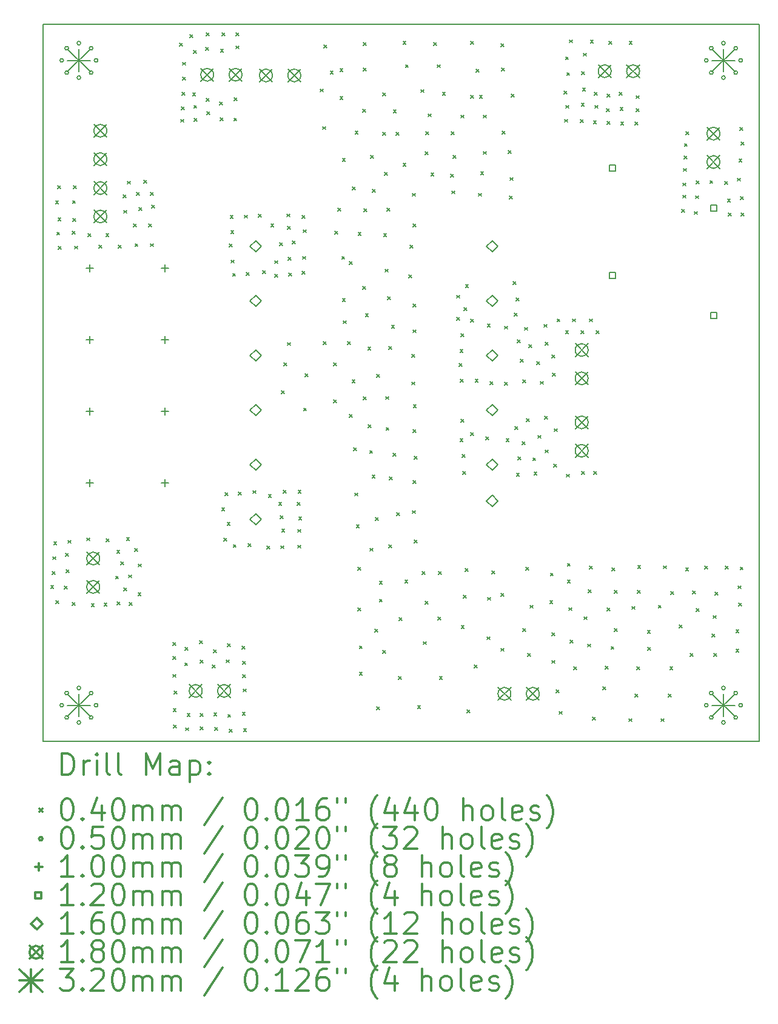
<source format=gbr>
%FSLAX45Y45*%
G04 Gerber Fmt 4.5, Leading zero omitted, Abs format (unit mm)*
G04 Created by KiCad (PCBNEW 4.0.2-stable) date 10/05/17 14:13:45*
%MOMM*%
G01*
G04 APERTURE LIST*
%ADD10C,0.127000*%
%ADD11C,0.150000*%
%ADD12C,0.200000*%
%ADD13C,0.300000*%
G04 APERTURE END LIST*
D10*
D11*
X6450000Y-13500000D02*
X6450000Y-3500000D01*
X16450000Y-13500000D02*
X6450000Y-13500000D01*
X16450000Y-3500000D02*
X16450000Y-13500000D01*
X6450000Y-3500000D02*
X16450000Y-3500000D01*
D12*
X6557000Y-11326000D02*
X6597000Y-11366000D01*
X6597000Y-11326000D02*
X6557000Y-11366000D01*
X6577000Y-11131000D02*
X6617000Y-11171000D01*
X6617000Y-11131000D02*
X6577000Y-11171000D01*
X6585000Y-10927000D02*
X6625000Y-10967000D01*
X6625000Y-10927000D02*
X6585000Y-10967000D01*
X6599000Y-10720000D02*
X6639000Y-10760000D01*
X6639000Y-10720000D02*
X6599000Y-10760000D01*
X6624000Y-5959000D02*
X6664000Y-5999000D01*
X6664000Y-5959000D02*
X6624000Y-5999000D01*
X6627000Y-11539000D02*
X6667000Y-11579000D01*
X6667000Y-11539000D02*
X6627000Y-11579000D01*
X6641000Y-6398000D02*
X6681000Y-6438000D01*
X6681000Y-6398000D02*
X6641000Y-6438000D01*
X6655000Y-5750000D02*
X6695000Y-5790000D01*
X6695000Y-5750000D02*
X6655000Y-5790000D01*
X6658000Y-6199000D02*
X6698000Y-6239000D01*
X6698000Y-6199000D02*
X6658000Y-6239000D01*
X6663000Y-6593000D02*
X6703000Y-6633000D01*
X6703000Y-6593000D02*
X6663000Y-6633000D01*
X6747000Y-11340000D02*
X6787000Y-11380000D01*
X6787000Y-11340000D02*
X6747000Y-11380000D01*
X6764000Y-10882000D02*
X6804000Y-10922000D01*
X6804000Y-10882000D02*
X6764000Y-10922000D01*
X6772000Y-11106000D02*
X6812000Y-11146000D01*
X6812000Y-11106000D02*
X6772000Y-11146000D01*
X6797000Y-10698000D02*
X6837000Y-10738000D01*
X6837000Y-10698000D02*
X6797000Y-10738000D01*
X6856000Y-11564000D02*
X6896000Y-11604000D01*
X6896000Y-11564000D02*
X6856000Y-11604000D01*
X6859000Y-6387000D02*
X6899000Y-6427000D01*
X6899000Y-6387000D02*
X6859000Y-6427000D01*
X6862000Y-5956000D02*
X6902000Y-5996000D01*
X6902000Y-5956000D02*
X6862000Y-5996000D01*
X6867000Y-6205000D02*
X6907000Y-6245000D01*
X6907000Y-6205000D02*
X6867000Y-6245000D01*
X6873000Y-5747000D02*
X6913000Y-5787000D01*
X6913000Y-5747000D02*
X6873000Y-5787000D01*
X6892000Y-6591000D02*
X6932000Y-6631000D01*
X6932000Y-6591000D02*
X6892000Y-6631000D01*
X7060000Y-10664000D02*
X7100000Y-10704000D01*
X7100000Y-10664000D02*
X7060000Y-10704000D01*
X7077000Y-6415000D02*
X7117000Y-6455000D01*
X7117000Y-6415000D02*
X7077000Y-6455000D01*
X7125000Y-11581000D02*
X7165000Y-11621000D01*
X7165000Y-11581000D02*
X7125000Y-11621000D01*
X7230000Y-6577000D02*
X7270000Y-6617000D01*
X7270000Y-6577000D02*
X7230000Y-6617000D01*
X7303000Y-11572000D02*
X7343000Y-11612000D01*
X7343000Y-11572000D02*
X7303000Y-11612000D01*
X7328000Y-6417000D02*
X7368000Y-6457000D01*
X7368000Y-6417000D02*
X7328000Y-6457000D01*
X7334000Y-10675000D02*
X7374000Y-10715000D01*
X7374000Y-10675000D02*
X7334000Y-10715000D01*
X7462000Y-11197000D02*
X7502000Y-11237000D01*
X7502000Y-11197000D02*
X7462000Y-11237000D01*
X7479000Y-10835000D02*
X7519000Y-10875000D01*
X7519000Y-10835000D02*
X7479000Y-10875000D01*
X7482000Y-11560000D02*
X7522000Y-11600000D01*
X7522000Y-11560000D02*
X7482000Y-11600000D01*
X7501000Y-6579000D02*
X7541000Y-6619000D01*
X7541000Y-6579000D02*
X7501000Y-6619000D01*
X7537000Y-10998000D02*
X7577000Y-11038000D01*
X7577000Y-10998000D02*
X7537000Y-11038000D01*
X7569000Y-5878000D02*
X7609000Y-5918000D01*
X7609000Y-5878000D02*
X7569000Y-5918000D01*
X7574000Y-11364000D02*
X7614000Y-11404000D01*
X7614000Y-11364000D02*
X7574000Y-11404000D01*
X7580000Y-6093000D02*
X7620000Y-6133000D01*
X7620000Y-6093000D02*
X7580000Y-6133000D01*
X7616000Y-10661000D02*
X7656000Y-10701000D01*
X7656000Y-10661000D02*
X7616000Y-10701000D01*
X7627000Y-5685000D02*
X7667000Y-5725000D01*
X7667000Y-5685000D02*
X7627000Y-5725000D01*
X7647000Y-11180000D02*
X7687000Y-11220000D01*
X7687000Y-11180000D02*
X7647000Y-11220000D01*
X7652000Y-11563000D02*
X7692000Y-11603000D01*
X7692000Y-11563000D02*
X7652000Y-11603000D01*
X7714000Y-6280000D02*
X7754000Y-6320000D01*
X7754000Y-6280000D02*
X7714000Y-6320000D01*
X7728000Y-10815000D02*
X7768000Y-10855000D01*
X7768000Y-10815000D02*
X7728000Y-10855000D01*
X7733000Y-6557000D02*
X7773000Y-6597000D01*
X7773000Y-6557000D02*
X7733000Y-6597000D01*
X7756000Y-5845000D02*
X7796000Y-5885000D01*
X7796000Y-5845000D02*
X7756000Y-5885000D01*
X7775000Y-11429000D02*
X7815000Y-11469000D01*
X7815000Y-11429000D02*
X7775000Y-11469000D01*
X7783000Y-11028000D02*
X7823000Y-11068000D01*
X7823000Y-11028000D02*
X7783000Y-11068000D01*
X7789000Y-6054000D02*
X7829000Y-6094000D01*
X7829000Y-6054000D02*
X7789000Y-6094000D01*
X7859000Y-5674000D02*
X7899000Y-5714000D01*
X7899000Y-5674000D02*
X7859000Y-5714000D01*
X7923000Y-6280000D02*
X7963000Y-6320000D01*
X7963000Y-6280000D02*
X7923000Y-6320000D01*
X7948000Y-6557000D02*
X7988000Y-6597000D01*
X7988000Y-6557000D02*
X7948000Y-6597000D01*
X7951000Y-5845000D02*
X7991000Y-5885000D01*
X7991000Y-5845000D02*
X7951000Y-5885000D01*
X7968000Y-6021000D02*
X8008000Y-6061000D01*
X8008000Y-6021000D02*
X7968000Y-6061000D01*
X8261000Y-12123000D02*
X8301000Y-12163000D01*
X8301000Y-12123000D02*
X8261000Y-12163000D01*
X8261000Y-12570000D02*
X8301000Y-12610000D01*
X8301000Y-12570000D02*
X8261000Y-12610000D01*
X8264000Y-12321000D02*
X8304000Y-12361000D01*
X8304000Y-12321000D02*
X8264000Y-12361000D01*
X8266000Y-13050000D02*
X8306000Y-13090000D01*
X8306000Y-13050000D02*
X8266000Y-13090000D01*
X8269000Y-13277000D02*
X8309000Y-13317000D01*
X8309000Y-13277000D02*
X8269000Y-13317000D01*
X8281000Y-12800000D02*
X8321000Y-12840000D01*
X8321000Y-12800000D02*
X8281000Y-12840000D01*
X8356000Y-3757000D02*
X8396000Y-3797000D01*
X8396000Y-3757000D02*
X8356000Y-3797000D01*
X8370000Y-4823000D02*
X8410000Y-4863000D01*
X8410000Y-4823000D02*
X8370000Y-4863000D01*
X8381000Y-4647000D02*
X8421000Y-4687000D01*
X8421000Y-4647000D02*
X8381000Y-4687000D01*
X8392000Y-4445000D02*
X8432000Y-4485000D01*
X8432000Y-4445000D02*
X8392000Y-4485000D01*
X8396000Y-4232000D02*
X8436000Y-4272000D01*
X8436000Y-4232000D02*
X8396000Y-4272000D01*
X8401000Y-4026000D02*
X8441000Y-4066000D01*
X8441000Y-4026000D02*
X8401000Y-4066000D01*
X8429000Y-12408000D02*
X8469000Y-12448000D01*
X8469000Y-12408000D02*
X8429000Y-12448000D01*
X8435000Y-12193000D02*
X8475000Y-12233000D01*
X8475000Y-12193000D02*
X8435000Y-12233000D01*
X8439000Y-13314000D02*
X8479000Y-13354000D01*
X8479000Y-13314000D02*
X8439000Y-13354000D01*
X8462000Y-13117000D02*
X8502000Y-13157000D01*
X8502000Y-13117000D02*
X8462000Y-13157000D01*
X8502000Y-3642000D02*
X8542000Y-3682000D01*
X8542000Y-3642000D02*
X8502000Y-3682000D01*
X8537000Y-4453000D02*
X8577000Y-4493000D01*
X8577000Y-4453000D02*
X8537000Y-4493000D01*
X8549000Y-3859000D02*
X8589000Y-3899000D01*
X8589000Y-3859000D02*
X8549000Y-3899000D01*
X8556000Y-4628000D02*
X8596000Y-4668000D01*
X8596000Y-4628000D02*
X8556000Y-4668000D01*
X8560000Y-4807000D02*
X8600000Y-4847000D01*
X8600000Y-4807000D02*
X8560000Y-4847000D01*
X8633000Y-12100000D02*
X8673000Y-12140000D01*
X8673000Y-12100000D02*
X8633000Y-12140000D01*
X8642000Y-13115000D02*
X8682000Y-13155000D01*
X8682000Y-13115000D02*
X8642000Y-13155000D01*
X8644000Y-12371000D02*
X8684000Y-12411000D01*
X8684000Y-12371000D02*
X8644000Y-12411000D01*
X8646000Y-13300000D02*
X8686000Y-13340000D01*
X8686000Y-13300000D02*
X8646000Y-13340000D01*
X8722000Y-3820000D02*
X8762000Y-3860000D01*
X8762000Y-3820000D02*
X8722000Y-3860000D01*
X8730000Y-3617000D02*
X8770000Y-3657000D01*
X8770000Y-3617000D02*
X8730000Y-3657000D01*
X8730000Y-4532000D02*
X8770000Y-4572000D01*
X8770000Y-4532000D02*
X8730000Y-4572000D01*
X8740000Y-4715000D02*
X8780000Y-4755000D01*
X8780000Y-4715000D02*
X8740000Y-4755000D01*
X8812000Y-12438000D02*
X8852000Y-12478000D01*
X8852000Y-12438000D02*
X8812000Y-12478000D01*
X8829000Y-12226000D02*
X8869000Y-12266000D01*
X8869000Y-12226000D02*
X8829000Y-12266000D01*
X8835000Y-13105000D02*
X8875000Y-13145000D01*
X8875000Y-13105000D02*
X8835000Y-13145000D01*
X8850000Y-13308000D02*
X8890000Y-13348000D01*
X8890000Y-13308000D02*
X8850000Y-13348000D01*
X8915000Y-4582000D02*
X8955000Y-4622000D01*
X8955000Y-4582000D02*
X8915000Y-4622000D01*
X8925000Y-4802000D02*
X8965000Y-4842000D01*
X8965000Y-4802000D02*
X8925000Y-4842000D01*
X8927000Y-3845000D02*
X8967000Y-3885000D01*
X8967000Y-3845000D02*
X8927000Y-3885000D01*
X8945000Y-10248000D02*
X8985000Y-10288000D01*
X8985000Y-10248000D02*
X8945000Y-10288000D01*
X8951000Y-3617000D02*
X8991000Y-3657000D01*
X8991000Y-3617000D02*
X8951000Y-3657000D01*
X8972000Y-10667000D02*
X9012000Y-10707000D01*
X9012000Y-10667000D02*
X8972000Y-10707000D01*
X8988000Y-10034000D02*
X9028000Y-10074000D01*
X9028000Y-10034000D02*
X8988000Y-10074000D01*
X9005000Y-12366000D02*
X9045000Y-12406000D01*
X9045000Y-12366000D02*
X9005000Y-12406000D01*
X9021000Y-10446000D02*
X9061000Y-10486000D01*
X9061000Y-10446000D02*
X9021000Y-10486000D01*
X9024000Y-12142000D02*
X9064000Y-12182000D01*
X9064000Y-12142000D02*
X9024000Y-12182000D01*
X9028000Y-13127000D02*
X9068000Y-13167000D01*
X9068000Y-13127000D02*
X9028000Y-13167000D01*
X9051000Y-13338000D02*
X9091000Y-13378000D01*
X9091000Y-13338000D02*
X9051000Y-13378000D01*
X9052000Y-6563000D02*
X9092000Y-6603000D01*
X9092000Y-6563000D02*
X9052000Y-6603000D01*
X9063000Y-6163000D02*
X9103000Y-6203000D01*
X9103000Y-6163000D02*
X9063000Y-6203000D01*
X9072000Y-6375000D02*
X9112000Y-6415000D01*
X9112000Y-6375000D02*
X9072000Y-6415000D01*
X9074000Y-6786000D02*
X9114000Y-6826000D01*
X9114000Y-6786000D02*
X9074000Y-6826000D01*
X9097000Y-6973000D02*
X9137000Y-7013000D01*
X9137000Y-6973000D02*
X9097000Y-7013000D01*
X9105000Y-10758000D02*
X9145000Y-10798000D01*
X9145000Y-10758000D02*
X9105000Y-10798000D01*
X9114000Y-4804000D02*
X9154000Y-4844000D01*
X9154000Y-4804000D02*
X9114000Y-4844000D01*
X9118000Y-4519000D02*
X9158000Y-4559000D01*
X9158000Y-4519000D02*
X9118000Y-4559000D01*
X9146000Y-3617000D02*
X9186000Y-3657000D01*
X9186000Y-3617000D02*
X9146000Y-3657000D01*
X9146000Y-3798000D02*
X9186000Y-3838000D01*
X9186000Y-3798000D02*
X9146000Y-3838000D01*
X9179000Y-10026000D02*
X9219000Y-10066000D01*
X9219000Y-10026000D02*
X9179000Y-10066000D01*
X9225000Y-12173000D02*
X9265000Y-12213000D01*
X9265000Y-12173000D02*
X9225000Y-12213000D01*
X9232000Y-13097000D02*
X9272000Y-13137000D01*
X9272000Y-13097000D02*
X9232000Y-13137000D01*
X9234000Y-12572000D02*
X9274000Y-12612000D01*
X9274000Y-12572000D02*
X9234000Y-12612000D01*
X9236000Y-12385000D02*
X9276000Y-12425000D01*
X9276000Y-12385000D02*
X9236000Y-12425000D01*
X9242000Y-12773000D02*
X9282000Y-12813000D01*
X9282000Y-12773000D02*
X9242000Y-12813000D01*
X9250000Y-13328000D02*
X9290000Y-13368000D01*
X9290000Y-13328000D02*
X9250000Y-13368000D01*
X9259000Y-6160000D02*
X9299000Y-6200000D01*
X9299000Y-6160000D02*
X9259000Y-6200000D01*
X9287000Y-6957000D02*
X9327000Y-6997000D01*
X9327000Y-6957000D02*
X9287000Y-6997000D01*
X9315000Y-10743000D02*
X9355000Y-10783000D01*
X9355000Y-10743000D02*
X9315000Y-10783000D01*
X9378000Y-10004000D02*
X9418000Y-10044000D01*
X9418000Y-10004000D02*
X9378000Y-10044000D01*
X9457000Y-6146000D02*
X9497000Y-6186000D01*
X9497000Y-6146000D02*
X9457000Y-6186000D01*
X9513000Y-6934000D02*
X9553000Y-6974000D01*
X9553000Y-6934000D02*
X9513000Y-6974000D01*
X9574000Y-10778000D02*
X9614000Y-10818000D01*
X9614000Y-10778000D02*
X9574000Y-10818000D01*
X9596000Y-10057000D02*
X9636000Y-10097000D01*
X9636000Y-10057000D02*
X9596000Y-10097000D01*
X9630000Y-6280000D02*
X9670000Y-6320000D01*
X9670000Y-6280000D02*
X9630000Y-6320000D01*
X9684000Y-6795000D02*
X9724000Y-6835000D01*
X9724000Y-6795000D02*
X9684000Y-6835000D01*
X9684000Y-6987000D02*
X9724000Y-7027000D01*
X9724000Y-6987000D02*
X9684000Y-7027000D01*
X9741000Y-10168000D02*
X9781000Y-10208000D01*
X9781000Y-10168000D02*
X9741000Y-10208000D01*
X9756000Y-6546000D02*
X9796000Y-6586000D01*
X9796000Y-6546000D02*
X9756000Y-6586000D01*
X9760000Y-10355000D02*
X9800000Y-10395000D01*
X9800000Y-10355000D02*
X9760000Y-10395000D01*
X9772000Y-10774000D02*
X9812000Y-10814000D01*
X9812000Y-10774000D02*
X9772000Y-10814000D01*
X9777000Y-8612000D02*
X9817000Y-8652000D01*
X9817000Y-8612000D02*
X9777000Y-8652000D01*
X9783000Y-10541000D02*
X9823000Y-10581000D01*
X9823000Y-10541000D02*
X9783000Y-10581000D01*
X9806000Y-10000000D02*
X9846000Y-10040000D01*
X9846000Y-10000000D02*
X9806000Y-10040000D01*
X9812000Y-8221000D02*
X9852000Y-8261000D01*
X9852000Y-8221000D02*
X9812000Y-8261000D01*
X9854000Y-6144000D02*
X9894000Y-6184000D01*
X9894000Y-6144000D02*
X9854000Y-6184000D01*
X9860000Y-6314000D02*
X9900000Y-6354000D01*
X9900000Y-6314000D02*
X9860000Y-6354000D01*
X9866000Y-7937000D02*
X9906000Y-7977000D01*
X9906000Y-7937000D02*
X9866000Y-7977000D01*
X9874000Y-6747000D02*
X9914000Y-6787000D01*
X9914000Y-6747000D02*
X9874000Y-6787000D01*
X9879000Y-6971000D02*
X9919000Y-7011000D01*
X9919000Y-6971000D02*
X9879000Y-7011000D01*
X9932000Y-6518000D02*
X9972000Y-6558000D01*
X9972000Y-6518000D02*
X9932000Y-6558000D01*
X10000000Y-10168000D02*
X10040000Y-10208000D01*
X10040000Y-10168000D02*
X10000000Y-10208000D01*
X10004000Y-10545000D02*
X10044000Y-10585000D01*
X10044000Y-10545000D02*
X10004000Y-10585000D01*
X10008000Y-10766000D02*
X10048000Y-10806000D01*
X10048000Y-10766000D02*
X10008000Y-10806000D01*
X10012000Y-10000000D02*
X10052000Y-10040000D01*
X10052000Y-10000000D02*
X10012000Y-10040000D01*
X10019000Y-10370000D02*
X10059000Y-10410000D01*
X10059000Y-10370000D02*
X10019000Y-10410000D01*
X10064000Y-6166000D02*
X10104000Y-6206000D01*
X10104000Y-6166000D02*
X10064000Y-6206000D01*
X10064000Y-6945000D02*
X10104000Y-6985000D01*
X10104000Y-6945000D02*
X10064000Y-6985000D01*
X10072000Y-6736000D02*
X10112000Y-6776000D01*
X10112000Y-6736000D02*
X10072000Y-6776000D01*
X10086000Y-6364000D02*
X10126000Y-6404000D01*
X10126000Y-6364000D02*
X10086000Y-6404000D01*
X10088000Y-8852000D02*
X10128000Y-8892000D01*
X10128000Y-8852000D02*
X10088000Y-8892000D01*
X10106000Y-8372000D02*
X10146000Y-8412000D01*
X10146000Y-8372000D02*
X10106000Y-8412000D01*
X10319000Y-4398000D02*
X10359000Y-4438000D01*
X10359000Y-4398000D02*
X10319000Y-4438000D01*
X10355000Y-4923000D02*
X10395000Y-4963000D01*
X10395000Y-4923000D02*
X10355000Y-4963000D01*
X10364000Y-7928000D02*
X10404000Y-7968000D01*
X10404000Y-7928000D02*
X10364000Y-7968000D01*
X10372000Y-3785000D02*
X10412000Y-3825000D01*
X10412000Y-3785000D02*
X10372000Y-3825000D01*
X10461000Y-4149000D02*
X10501000Y-4189000D01*
X10501000Y-4149000D02*
X10461000Y-4189000D01*
X10506000Y-8221000D02*
X10546000Y-8261000D01*
X10546000Y-8221000D02*
X10506000Y-8261000D01*
X10506000Y-8737000D02*
X10546000Y-8777000D01*
X10546000Y-8737000D02*
X10506000Y-8777000D01*
X10525000Y-6384000D02*
X10565000Y-6424000D01*
X10565000Y-6384000D02*
X10525000Y-6424000D01*
X10564000Y-6065000D02*
X10604000Y-6105000D01*
X10604000Y-6065000D02*
X10564000Y-6105000D01*
X10595000Y-4114000D02*
X10635000Y-4154000D01*
X10635000Y-4114000D02*
X10595000Y-4154000D01*
X10595000Y-4505000D02*
X10635000Y-4545000D01*
X10635000Y-4505000D02*
X10595000Y-4545000D01*
X10621000Y-6736000D02*
X10661000Y-6776000D01*
X10661000Y-6736000D02*
X10621000Y-6776000D01*
X10630000Y-5367000D02*
X10670000Y-5407000D01*
X10670000Y-5367000D02*
X10630000Y-5407000D01*
X10630000Y-7323000D02*
X10670000Y-7363000D01*
X10670000Y-7323000D02*
X10630000Y-7363000D01*
X10639000Y-7634000D02*
X10679000Y-7674000D01*
X10679000Y-7634000D02*
X10639000Y-7674000D01*
X10701000Y-7928000D02*
X10741000Y-7968000D01*
X10741000Y-7928000D02*
X10701000Y-7968000D01*
X10724000Y-8941000D02*
X10764000Y-8981000D01*
X10764000Y-8941000D02*
X10724000Y-8981000D01*
X10728000Y-6808000D02*
X10768000Y-6848000D01*
X10768000Y-6808000D02*
X10728000Y-6848000D01*
X10764000Y-8461000D02*
X10804000Y-8501000D01*
X10804000Y-8461000D02*
X10764000Y-8501000D01*
X10772000Y-5767000D02*
X10812000Y-5807000D01*
X10812000Y-5767000D02*
X10772000Y-5807000D01*
X10785000Y-9408000D02*
X10825000Y-9448000D01*
X10825000Y-9408000D02*
X10785000Y-9448000D01*
X10805000Y-10038000D02*
X10845000Y-10078000D01*
X10845000Y-10038000D02*
X10805000Y-10078000D01*
X10808000Y-4985000D02*
X10848000Y-5025000D01*
X10848000Y-4985000D02*
X10808000Y-5025000D01*
X10825000Y-10485000D02*
X10865000Y-10525000D01*
X10865000Y-10485000D02*
X10825000Y-10525000D01*
X10846000Y-11075000D02*
X10886000Y-11115000D01*
X10886000Y-11075000D02*
X10846000Y-11115000D01*
X10846000Y-11644000D02*
X10886000Y-11684000D01*
X10886000Y-11644000D02*
X10846000Y-11684000D01*
X10849000Y-6401000D02*
X10889000Y-6441000D01*
X10889000Y-6401000D02*
X10849000Y-6441000D01*
X10866000Y-12172000D02*
X10906000Y-12212000D01*
X10906000Y-12172000D02*
X10866000Y-12212000D01*
X10866000Y-12538000D02*
X10906000Y-12578000D01*
X10906000Y-12538000D02*
X10866000Y-12578000D01*
X10915000Y-4683000D02*
X10955000Y-4723000D01*
X10955000Y-4683000D02*
X10915000Y-4723000D01*
X10915000Y-7154000D02*
X10955000Y-7194000D01*
X10955000Y-7154000D02*
X10915000Y-7194000D01*
X10921000Y-8697000D02*
X10961000Y-8737000D01*
X10961000Y-8697000D02*
X10921000Y-8737000D01*
X10924000Y-3749000D02*
X10964000Y-3789000D01*
X10964000Y-3749000D02*
X10924000Y-3789000D01*
X10924000Y-4105000D02*
X10964000Y-4145000D01*
X10964000Y-4105000D02*
X10924000Y-4145000D01*
X10932000Y-6071000D02*
X10972000Y-6111000D01*
X10972000Y-6071000D02*
X10932000Y-6111000D01*
X10950000Y-7537000D02*
X10990000Y-7577000D01*
X10990000Y-7537000D02*
X10950000Y-7577000D01*
X10986000Y-7999000D02*
X11026000Y-8039000D01*
X11026000Y-7999000D02*
X10986000Y-8039000D01*
X10988000Y-9083000D02*
X11028000Y-9123000D01*
X11028000Y-9083000D02*
X10988000Y-9123000D01*
X11011000Y-9446000D02*
X11051000Y-9486000D01*
X11051000Y-9446000D02*
X11011000Y-9486000D01*
X11012000Y-10808000D02*
X11052000Y-10848000D01*
X11052000Y-10808000D02*
X11012000Y-10848000D01*
X11021000Y-5323000D02*
X11061000Y-5363000D01*
X11061000Y-5323000D02*
X11021000Y-5363000D01*
X11044000Y-9787000D02*
X11084000Y-9827000D01*
X11084000Y-9787000D02*
X11044000Y-9827000D01*
X11048000Y-5803000D02*
X11088000Y-5843000D01*
X11088000Y-5803000D02*
X11048000Y-5843000D01*
X11084000Y-11937000D02*
X11124000Y-11977000D01*
X11124000Y-11937000D02*
X11084000Y-11977000D01*
X11093000Y-10381000D02*
X11133000Y-10421000D01*
X11133000Y-10381000D02*
X11093000Y-10421000D01*
X11110000Y-8381000D02*
X11150000Y-8421000D01*
X11150000Y-8381000D02*
X11110000Y-8421000D01*
X11110000Y-13025000D02*
X11150000Y-13065000D01*
X11150000Y-13025000D02*
X11110000Y-13065000D01*
X11146000Y-11270000D02*
X11186000Y-11310000D01*
X11186000Y-11270000D02*
X11146000Y-11310000D01*
X11146000Y-11519000D02*
X11186000Y-11559000D01*
X11186000Y-11519000D02*
X11146000Y-11559000D01*
X11190000Y-4452000D02*
X11230000Y-4492000D01*
X11230000Y-4452000D02*
X11190000Y-4492000D01*
X11190000Y-5003000D02*
X11230000Y-5043000D01*
X11230000Y-5003000D02*
X11190000Y-5043000D01*
X11191000Y-12233000D02*
X11231000Y-12273000D01*
X11231000Y-12233000D02*
X11191000Y-12273000D01*
X11206000Y-6417000D02*
X11246000Y-6457000D01*
X11246000Y-6417000D02*
X11206000Y-6457000D01*
X11217000Y-5563000D02*
X11257000Y-5603000D01*
X11257000Y-5563000D02*
X11217000Y-5603000D01*
X11226000Y-6914000D02*
X11266000Y-6954000D01*
X11266000Y-6914000D02*
X11226000Y-6954000D01*
X11234000Y-8692000D02*
X11274000Y-8732000D01*
X11274000Y-8692000D02*
X11234000Y-8732000D01*
X11240000Y-9122000D02*
X11280000Y-9162000D01*
X11280000Y-9122000D02*
X11240000Y-9162000D01*
X11251000Y-6060000D02*
X11291000Y-6100000D01*
X11291000Y-6060000D02*
X11251000Y-6100000D01*
X11261000Y-7296000D02*
X11301000Y-7336000D01*
X11301000Y-7296000D02*
X11261000Y-7336000D01*
X11279000Y-7990000D02*
X11319000Y-8030000D01*
X11319000Y-7990000D02*
X11279000Y-8030000D01*
X11279000Y-10764000D02*
X11319000Y-10804000D01*
X11319000Y-10764000D02*
X11279000Y-10804000D01*
X11285000Y-9815000D02*
X11325000Y-9855000D01*
X11325000Y-9815000D02*
X11285000Y-9855000D01*
X11315000Y-7697000D02*
X11355000Y-7737000D01*
X11355000Y-7697000D02*
X11315000Y-7737000D01*
X11335000Y-9485000D02*
X11375000Y-9525000D01*
X11375000Y-9485000D02*
X11335000Y-9525000D01*
X11341000Y-4692000D02*
X11381000Y-4732000D01*
X11381000Y-4692000D02*
X11341000Y-4732000D01*
X11377000Y-5003000D02*
X11417000Y-5043000D01*
X11417000Y-5003000D02*
X11377000Y-5043000D01*
X11386000Y-10310000D02*
X11426000Y-10350000D01*
X11426000Y-10310000D02*
X11386000Y-10350000D01*
X11415000Y-12599000D02*
X11455000Y-12639000D01*
X11455000Y-12599000D02*
X11415000Y-12639000D01*
X11421000Y-11777000D02*
X11461000Y-11817000D01*
X11461000Y-11777000D02*
X11421000Y-11817000D01*
X11475000Y-3732000D02*
X11515000Y-3772000D01*
X11515000Y-3732000D02*
X11475000Y-3772000D01*
X11475000Y-5438000D02*
X11515000Y-5478000D01*
X11515000Y-5438000D02*
X11475000Y-5478000D01*
X11501000Y-11253000D02*
X11541000Y-11293000D01*
X11541000Y-11253000D02*
X11501000Y-11293000D01*
X11510000Y-4061000D02*
X11550000Y-4101000D01*
X11550000Y-4061000D02*
X11510000Y-4101000D01*
X11555000Y-6994000D02*
X11595000Y-7034000D01*
X11595000Y-6994000D02*
X11555000Y-7034000D01*
X11575000Y-6579000D02*
X11615000Y-6619000D01*
X11615000Y-6579000D02*
X11575000Y-6619000D01*
X11599000Y-8105000D02*
X11639000Y-8145000D01*
X11639000Y-8105000D02*
X11599000Y-8145000D01*
X11599000Y-8488000D02*
X11639000Y-8528000D01*
X11639000Y-8488000D02*
X11599000Y-8528000D01*
X11608000Y-5856000D02*
X11648000Y-5896000D01*
X11648000Y-5856000D02*
X11608000Y-5896000D01*
X11608000Y-10284000D02*
X11648000Y-10324000D01*
X11648000Y-10284000D02*
X11608000Y-10324000D01*
X11614000Y-6283000D02*
X11654000Y-6323000D01*
X11654000Y-6283000D02*
X11614000Y-6323000D01*
X11614000Y-9150000D02*
X11654000Y-9190000D01*
X11654000Y-9150000D02*
X11614000Y-9190000D01*
X11614000Y-9865000D02*
X11654000Y-9905000D01*
X11654000Y-9865000D02*
X11614000Y-9905000D01*
X11617000Y-7403000D02*
X11657000Y-7443000D01*
X11657000Y-7403000D02*
X11617000Y-7443000D01*
X11617000Y-7759000D02*
X11657000Y-7799000D01*
X11657000Y-7759000D02*
X11617000Y-7799000D01*
X11620000Y-8803000D02*
X11660000Y-8843000D01*
X11660000Y-8803000D02*
X11620000Y-8843000D01*
X11631000Y-9524000D02*
X11671000Y-9564000D01*
X11671000Y-9524000D02*
X11631000Y-9564000D01*
X11635000Y-10692000D02*
X11675000Y-10732000D01*
X11675000Y-10692000D02*
X11635000Y-10732000D01*
X11679000Y-13005000D02*
X11719000Y-13045000D01*
X11719000Y-13005000D02*
X11679000Y-13045000D01*
X11724000Y-4407000D02*
X11764000Y-4447000D01*
X11764000Y-4407000D02*
X11724000Y-4447000D01*
X11741000Y-11137000D02*
X11781000Y-11177000D01*
X11781000Y-11137000D02*
X11741000Y-11177000D01*
X11760000Y-12111000D02*
X11800000Y-12151000D01*
X11800000Y-12111000D02*
X11760000Y-12151000D01*
X11786000Y-5278000D02*
X11826000Y-5318000D01*
X11826000Y-5278000D02*
X11786000Y-5318000D01*
X11786000Y-11546000D02*
X11826000Y-11586000D01*
X11826000Y-11546000D02*
X11786000Y-11586000D01*
X11795000Y-4994000D02*
X11835000Y-5034000D01*
X11835000Y-4994000D02*
X11795000Y-5034000D01*
X11830000Y-4745000D02*
X11870000Y-4785000D01*
X11870000Y-4745000D02*
X11830000Y-4785000D01*
X11866000Y-5572000D02*
X11906000Y-5612000D01*
X11906000Y-5572000D02*
X11866000Y-5612000D01*
X11901000Y-3749000D02*
X11941000Y-3789000D01*
X11941000Y-3749000D02*
X11901000Y-3789000D01*
X11955000Y-4061000D02*
X11995000Y-4101000D01*
X11995000Y-4061000D02*
X11955000Y-4101000D01*
X11964000Y-11768000D02*
X12004000Y-11808000D01*
X12004000Y-11768000D02*
X11964000Y-11808000D01*
X11973000Y-11137000D02*
X12013000Y-11177000D01*
X12013000Y-11137000D02*
X11973000Y-11177000D01*
X11984000Y-12599000D02*
X12024000Y-12639000D01*
X12024000Y-12599000D02*
X11984000Y-12639000D01*
X12026000Y-4443000D02*
X12066000Y-4483000D01*
X12066000Y-4443000D02*
X12026000Y-4483000D01*
X12142000Y-5590000D02*
X12182000Y-5630000D01*
X12182000Y-5590000D02*
X12142000Y-5630000D01*
X12150000Y-4994000D02*
X12190000Y-5034000D01*
X12190000Y-4994000D02*
X12150000Y-5034000D01*
X12159000Y-5821000D02*
X12199000Y-5861000D01*
X12199000Y-5821000D02*
X12159000Y-5861000D01*
X12177000Y-5323000D02*
X12217000Y-5363000D01*
X12217000Y-5323000D02*
X12177000Y-5363000D01*
X12223000Y-7588000D02*
X12263000Y-7628000D01*
X12263000Y-7588000D02*
X12223000Y-7628000D01*
X12224000Y-7278000D02*
X12264000Y-7318000D01*
X12264000Y-7278000D02*
X12224000Y-7318000D01*
X12260000Y-8232000D02*
X12300000Y-8272000D01*
X12300000Y-8232000D02*
X12260000Y-8272000D01*
X12271000Y-8038000D02*
X12311000Y-8078000D01*
X12311000Y-8038000D02*
X12271000Y-8078000D01*
X12271000Y-9280000D02*
X12311000Y-9320000D01*
X12311000Y-9280000D02*
X12271000Y-9320000D01*
X12275000Y-8453000D02*
X12315000Y-8493000D01*
X12315000Y-8453000D02*
X12275000Y-8493000D01*
X12284000Y-4763000D02*
X12324000Y-4803000D01*
X12324000Y-4763000D02*
X12284000Y-4803000D01*
X12286000Y-7817000D02*
X12326000Y-7857000D01*
X12326000Y-7817000D02*
X12286000Y-7857000D01*
X12286000Y-9006000D02*
X12326000Y-9046000D01*
X12326000Y-9006000D02*
X12286000Y-9046000D01*
X12288000Y-11888000D02*
X12328000Y-11928000D01*
X12328000Y-11888000D02*
X12288000Y-11928000D01*
X12302000Y-9501000D02*
X12342000Y-9541000D01*
X12342000Y-9501000D02*
X12302000Y-9541000D01*
X12309000Y-9737000D02*
X12349000Y-9777000D01*
X12349000Y-9737000D02*
X12309000Y-9777000D01*
X12319000Y-11466000D02*
X12359000Y-11506000D01*
X12359000Y-11466000D02*
X12319000Y-11506000D01*
X12324000Y-7448000D02*
X12364000Y-7488000D01*
X12364000Y-7448000D02*
X12324000Y-7488000D01*
X12346000Y-11093000D02*
X12386000Y-11133000D01*
X12386000Y-11093000D02*
X12346000Y-11133000D01*
X12347000Y-7129000D02*
X12387000Y-7169000D01*
X12387000Y-7129000D02*
X12347000Y-7169000D01*
X12370000Y-13066000D02*
X12410000Y-13106000D01*
X12410000Y-13066000D02*
X12370000Y-13106000D01*
X12417000Y-3732000D02*
X12457000Y-3772000D01*
X12457000Y-3732000D02*
X12417000Y-3772000D01*
X12417000Y-4487000D02*
X12457000Y-4527000D01*
X12457000Y-4487000D02*
X12417000Y-4527000D01*
X12420000Y-7611000D02*
X12460000Y-7651000D01*
X12460000Y-7611000D02*
X12420000Y-7651000D01*
X12420000Y-9196000D02*
X12460000Y-9236000D01*
X12460000Y-9196000D02*
X12420000Y-9236000D01*
X12471000Y-12436000D02*
X12511000Y-12476000D01*
X12511000Y-12436000D02*
X12471000Y-12476000D01*
X12484000Y-8453000D02*
X12524000Y-8493000D01*
X12524000Y-8453000D02*
X12484000Y-8493000D01*
X12497000Y-4123000D02*
X12537000Y-4163000D01*
X12537000Y-4123000D02*
X12497000Y-4163000D01*
X12533000Y-5856000D02*
X12573000Y-5896000D01*
X12573000Y-5856000D02*
X12533000Y-5896000D01*
X12542000Y-4487000D02*
X12582000Y-4527000D01*
X12582000Y-4487000D02*
X12542000Y-4527000D01*
X12559000Y-5554000D02*
X12599000Y-5594000D01*
X12599000Y-5554000D02*
X12559000Y-5594000D01*
X12595000Y-4763000D02*
X12635000Y-4803000D01*
X12635000Y-4763000D02*
X12595000Y-4803000D01*
X12595000Y-5270000D02*
X12635000Y-5310000D01*
X12635000Y-5270000D02*
X12595000Y-5310000D01*
X12629000Y-9257000D02*
X12669000Y-9297000D01*
X12669000Y-9257000D02*
X12629000Y-9297000D01*
X12648000Y-12044000D02*
X12688000Y-12084000D01*
X12688000Y-12044000D02*
X12648000Y-12084000D01*
X12652000Y-7680000D02*
X12692000Y-7720000D01*
X12692000Y-7680000D02*
X12652000Y-7720000D01*
X12657000Y-11493000D02*
X12697000Y-11533000D01*
X12697000Y-11493000D02*
X12657000Y-11533000D01*
X12690000Y-8484000D02*
X12730000Y-8524000D01*
X12730000Y-8484000D02*
X12690000Y-8524000D01*
X12719000Y-11128000D02*
X12759000Y-11168000D01*
X12759000Y-11128000D02*
X12719000Y-11168000D01*
X12843000Y-11440000D02*
X12883000Y-11480000D01*
X12883000Y-11440000D02*
X12843000Y-11480000D01*
X12844000Y-3767000D02*
X12884000Y-3807000D01*
X12884000Y-3767000D02*
X12844000Y-3807000D01*
X12844000Y-12204000D02*
X12884000Y-12244000D01*
X12884000Y-12204000D02*
X12844000Y-12244000D01*
X12853000Y-4105000D02*
X12893000Y-4145000D01*
X12893000Y-4105000D02*
X12853000Y-4145000D01*
X12862000Y-4985000D02*
X12902000Y-5025000D01*
X12902000Y-4985000D02*
X12862000Y-5025000D01*
X12896000Y-7710000D02*
X12936000Y-7750000D01*
X12936000Y-7710000D02*
X12896000Y-7750000D01*
X12896000Y-8495000D02*
X12936000Y-8535000D01*
X12936000Y-8495000D02*
X12896000Y-8535000D01*
X12915000Y-9280000D02*
X12955000Y-9320000D01*
X12955000Y-9280000D02*
X12915000Y-9320000D01*
X12942000Y-5261000D02*
X12982000Y-5301000D01*
X12982000Y-5261000D02*
X12942000Y-5301000D01*
X12959000Y-5892000D02*
X12999000Y-5932000D01*
X12999000Y-5892000D02*
X12959000Y-5932000D01*
X12968000Y-5634000D02*
X13008000Y-5674000D01*
X13008000Y-5634000D02*
X12968000Y-5674000D01*
X12986000Y-4469000D02*
X13026000Y-4509000D01*
X13026000Y-4469000D02*
X12986000Y-4509000D01*
X13010000Y-7089000D02*
X13050000Y-7129000D01*
X13050000Y-7089000D02*
X13010000Y-7129000D01*
X13029000Y-7528000D02*
X13069000Y-7568000D01*
X13069000Y-7528000D02*
X13029000Y-7568000D01*
X13041000Y-9113000D02*
X13081000Y-9153000D01*
X13081000Y-9113000D02*
X13041000Y-9153000D01*
X13056000Y-7314000D02*
X13096000Y-7354000D01*
X13096000Y-7314000D02*
X13056000Y-7354000D01*
X13060000Y-9764000D02*
X13100000Y-9804000D01*
X13100000Y-9764000D02*
X13060000Y-9804000D01*
X13071000Y-7901000D02*
X13111000Y-7941000D01*
X13111000Y-7901000D02*
X13071000Y-7941000D01*
X13083000Y-9535000D02*
X13123000Y-9575000D01*
X13123000Y-9535000D02*
X13083000Y-9575000D01*
X13113000Y-8168000D02*
X13153000Y-8208000D01*
X13153000Y-8168000D02*
X13113000Y-8208000D01*
X13140000Y-9322000D02*
X13180000Y-9362000D01*
X13180000Y-9322000D02*
X13140000Y-9362000D01*
X13147000Y-8461000D02*
X13187000Y-8501000D01*
X13187000Y-8461000D02*
X13147000Y-8501000D01*
X13147000Y-11928000D02*
X13187000Y-11968000D01*
X13187000Y-11928000D02*
X13147000Y-11968000D01*
X13174000Y-7726000D02*
X13214000Y-7766000D01*
X13214000Y-7726000D02*
X13174000Y-7766000D01*
X13188000Y-11075000D02*
X13228000Y-11115000D01*
X13228000Y-11075000D02*
X13188000Y-11115000D01*
X13201000Y-8998000D02*
X13241000Y-9038000D01*
X13241000Y-8998000D02*
X13201000Y-9038000D01*
X13217000Y-12275000D02*
X13257000Y-12315000D01*
X13257000Y-12275000D02*
X13217000Y-12315000D01*
X13231000Y-7970000D02*
X13271000Y-8010000D01*
X13271000Y-7970000D02*
X13231000Y-8010000D01*
X13249000Y-11603000D02*
X13289000Y-11643000D01*
X13289000Y-11603000D02*
X13249000Y-11643000D01*
X13288000Y-9547000D02*
X13328000Y-9587000D01*
X13328000Y-9547000D02*
X13288000Y-9587000D01*
X13304000Y-9745000D02*
X13344000Y-9785000D01*
X13344000Y-9745000D02*
X13304000Y-9785000D01*
X13342000Y-8202000D02*
X13382000Y-8242000D01*
X13382000Y-8202000D02*
X13342000Y-8242000D01*
X13361000Y-9234000D02*
X13401000Y-9274000D01*
X13401000Y-9234000D02*
X13361000Y-9274000D01*
X13391000Y-8480000D02*
X13431000Y-8520000D01*
X13431000Y-8480000D02*
X13391000Y-8520000D01*
X13445000Y-7684000D02*
X13485000Y-7724000D01*
X13485000Y-7684000D02*
X13445000Y-7724000D01*
X13452000Y-8968000D02*
X13492000Y-9008000D01*
X13492000Y-8968000D02*
X13452000Y-9008000D01*
X13460000Y-7935000D02*
X13500000Y-7975000D01*
X13500000Y-7935000D02*
X13460000Y-7975000D01*
X13460000Y-9436000D02*
X13500000Y-9476000D01*
X13500000Y-9436000D02*
X13460000Y-9476000D01*
X13525000Y-11542000D02*
X13565000Y-11582000D01*
X13565000Y-11542000D02*
X13525000Y-11582000D01*
X13533000Y-11156000D02*
X13573000Y-11196000D01*
X13573000Y-11156000D02*
X13533000Y-11196000D01*
X13554000Y-11989000D02*
X13594000Y-12029000D01*
X13594000Y-11989000D02*
X13554000Y-12029000D01*
X13554000Y-12375000D02*
X13594000Y-12415000D01*
X13594000Y-12375000D02*
X13554000Y-12415000D01*
X13555000Y-8114000D02*
X13595000Y-8154000D01*
X13595000Y-8114000D02*
X13555000Y-8154000D01*
X13563000Y-8366000D02*
X13603000Y-8406000D01*
X13603000Y-8366000D02*
X13563000Y-8406000D01*
X13582000Y-9638000D02*
X13622000Y-9678000D01*
X13622000Y-9638000D02*
X13582000Y-9678000D01*
X13589000Y-9139000D02*
X13629000Y-9179000D01*
X13629000Y-9139000D02*
X13589000Y-9179000D01*
X13615000Y-12782000D02*
X13655000Y-12822000D01*
X13655000Y-12782000D02*
X13615000Y-12822000D01*
X13627000Y-7608000D02*
X13667000Y-7648000D01*
X13667000Y-7608000D02*
X13627000Y-7648000D01*
X13655000Y-13086000D02*
X13695000Y-13126000D01*
X13695000Y-13086000D02*
X13655000Y-13126000D01*
X13726000Y-4426000D02*
X13766000Y-4466000D01*
X13766000Y-4426000D02*
X13726000Y-4466000D01*
X13735000Y-4822000D02*
X13775000Y-4862000D01*
X13775000Y-4822000D02*
X13735000Y-4862000D01*
X13746000Y-3950000D02*
X13786000Y-3990000D01*
X13786000Y-3950000D02*
X13746000Y-3990000D01*
X13746000Y-7775000D02*
X13786000Y-7815000D01*
X13786000Y-7775000D02*
X13746000Y-7815000D01*
X13751000Y-4627000D02*
X13791000Y-4667000D01*
X13791000Y-4627000D02*
X13751000Y-4667000D01*
X13757000Y-9776000D02*
X13797000Y-9816000D01*
X13797000Y-9776000D02*
X13757000Y-9816000D01*
X13761000Y-4171000D02*
X13801000Y-4211000D01*
X13801000Y-4171000D02*
X13761000Y-4211000D01*
X13771000Y-11019000D02*
X13811000Y-11059000D01*
X13811000Y-11019000D02*
X13771000Y-11059000D01*
X13771000Y-11254000D02*
X13811000Y-11294000D01*
X13811000Y-11254000D02*
X13771000Y-11294000D01*
X13794000Y-11637000D02*
X13834000Y-11677000D01*
X13834000Y-11637000D02*
X13794000Y-11677000D01*
X13803000Y-3714000D02*
X13843000Y-3754000D01*
X13843000Y-3714000D02*
X13803000Y-3754000D01*
X13810000Y-12089000D02*
X13850000Y-12129000D01*
X13850000Y-12089000D02*
X13810000Y-12129000D01*
X13845000Y-7608000D02*
X13885000Y-7648000D01*
X13885000Y-7608000D02*
X13845000Y-7648000D01*
X13861000Y-12464000D02*
X13901000Y-12504000D01*
X13901000Y-12464000D02*
X13861000Y-12504000D01*
X13952000Y-4828000D02*
X13992000Y-4868000D01*
X13992000Y-4828000D02*
X13952000Y-4868000D01*
X13963000Y-7775000D02*
X14003000Y-7815000D01*
X14003000Y-7775000D02*
X13963000Y-7815000D01*
X13966000Y-4597000D02*
X14006000Y-4637000D01*
X14006000Y-4597000D02*
X13966000Y-4637000D01*
X13967000Y-4156000D02*
X14007000Y-4196000D01*
X14007000Y-4156000D02*
X13967000Y-4196000D01*
X13970000Y-9734000D02*
X14010000Y-9774000D01*
X14010000Y-9734000D02*
X13970000Y-9774000D01*
X13982000Y-4388000D02*
X14022000Y-4428000D01*
X14022000Y-4388000D02*
X13982000Y-4428000D01*
X13997000Y-3900000D02*
X14037000Y-3940000D01*
X14037000Y-3900000D02*
X13997000Y-3940000D01*
X14006000Y-11765000D02*
X14046000Y-11805000D01*
X14046000Y-11765000D02*
X14006000Y-11805000D01*
X14051000Y-12145000D02*
X14091000Y-12185000D01*
X14091000Y-12145000D02*
X14051000Y-12185000D01*
X14062000Y-11385000D02*
X14102000Y-11425000D01*
X14102000Y-11385000D02*
X14062000Y-11425000D01*
X14079000Y-11055000D02*
X14119000Y-11095000D01*
X14119000Y-11055000D02*
X14079000Y-11095000D01*
X14081000Y-7608000D02*
X14121000Y-7648000D01*
X14121000Y-7608000D02*
X14081000Y-7648000D01*
X14092000Y-3718000D02*
X14132000Y-3758000D01*
X14132000Y-3718000D02*
X14092000Y-3758000D01*
X14123000Y-13168000D02*
X14163000Y-13208000D01*
X14163000Y-13168000D02*
X14123000Y-13208000D01*
X14135000Y-4841000D02*
X14175000Y-4881000D01*
X14175000Y-4841000D02*
X14135000Y-4881000D01*
X14138000Y-9734000D02*
X14178000Y-9774000D01*
X14178000Y-9734000D02*
X14138000Y-9774000D01*
X14147000Y-4446000D02*
X14187000Y-4486000D01*
X14187000Y-4446000D02*
X14147000Y-4486000D01*
X14157000Y-4627000D02*
X14197000Y-4667000D01*
X14197000Y-4627000D02*
X14157000Y-4667000D01*
X14172000Y-7775000D02*
X14212000Y-7815000D01*
X14212000Y-7775000D02*
X14172000Y-7815000D01*
X14265000Y-12741000D02*
X14305000Y-12781000D01*
X14305000Y-12741000D02*
X14265000Y-12781000D01*
X14302000Y-12452000D02*
X14342000Y-12492000D01*
X14342000Y-12452000D02*
X14302000Y-12492000D01*
X14318000Y-4674000D02*
X14358000Y-4714000D01*
X14358000Y-4674000D02*
X14318000Y-4714000D01*
X14324000Y-4469000D02*
X14364000Y-4509000D01*
X14364000Y-4469000D02*
X14324000Y-4509000D01*
X14324000Y-11642000D02*
X14364000Y-11682000D01*
X14364000Y-11642000D02*
X14324000Y-11682000D01*
X14328000Y-4853000D02*
X14368000Y-4893000D01*
X14368000Y-4853000D02*
X14328000Y-4893000D01*
X14351000Y-3737000D02*
X14391000Y-3777000D01*
X14391000Y-3737000D02*
X14351000Y-3777000D01*
X14380000Y-12179000D02*
X14420000Y-12219000D01*
X14420000Y-12179000D02*
X14380000Y-12219000D01*
X14394000Y-11081000D02*
X14434000Y-11121000D01*
X14434000Y-11081000D02*
X14394000Y-11121000D01*
X14425000Y-11396000D02*
X14465000Y-11436000D01*
X14465000Y-11396000D02*
X14425000Y-11436000D01*
X14425000Y-11927000D02*
X14465000Y-11967000D01*
X14465000Y-11927000D02*
X14425000Y-11967000D01*
X14493000Y-4444000D02*
X14533000Y-4484000D01*
X14533000Y-4444000D02*
X14493000Y-4484000D01*
X14507000Y-4656000D02*
X14547000Y-4696000D01*
X14547000Y-4656000D02*
X14507000Y-4696000D01*
X14515000Y-4861000D02*
X14555000Y-4901000D01*
X14555000Y-4861000D02*
X14515000Y-4901000D01*
X14631000Y-13188000D02*
X14671000Y-13228000D01*
X14671000Y-13188000D02*
X14631000Y-13228000D01*
X14633000Y-3733000D02*
X14673000Y-3773000D01*
X14673000Y-3733000D02*
X14633000Y-3773000D01*
X14671000Y-11620000D02*
X14711000Y-11660000D01*
X14711000Y-11620000D02*
X14671000Y-11660000D01*
X14712000Y-4863000D02*
X14752000Y-4903000D01*
X14752000Y-4863000D02*
X14712000Y-4903000D01*
X14712000Y-12843000D02*
X14752000Y-12883000D01*
X14752000Y-12843000D02*
X14712000Y-12883000D01*
X14732000Y-4674000D02*
X14772000Y-4714000D01*
X14772000Y-4674000D02*
X14732000Y-4714000D01*
X14734000Y-4493000D02*
X14774000Y-4533000D01*
X14774000Y-4493000D02*
X14734000Y-4533000D01*
X14738000Y-12464000D02*
X14778000Y-12504000D01*
X14778000Y-12464000D02*
X14738000Y-12504000D01*
X14749000Y-11396000D02*
X14789000Y-11436000D01*
X14789000Y-11396000D02*
X14749000Y-11436000D01*
X14752000Y-11050000D02*
X14792000Y-11090000D01*
X14792000Y-11050000D02*
X14752000Y-11090000D01*
X14889000Y-11955000D02*
X14929000Y-11995000D01*
X14929000Y-11955000D02*
X14889000Y-11995000D01*
X14894000Y-12190000D02*
X14934000Y-12230000D01*
X14934000Y-12190000D02*
X14894000Y-12230000D01*
X15040000Y-11603000D02*
X15080000Y-11643000D01*
X15080000Y-11603000D02*
X15040000Y-11643000D01*
X15078000Y-13188000D02*
X15118000Y-13228000D01*
X15118000Y-13188000D02*
X15078000Y-13228000D01*
X15110000Y-11053000D02*
X15150000Y-11093000D01*
X15150000Y-11053000D02*
X15110000Y-11093000D01*
X15179000Y-12843000D02*
X15219000Y-12883000D01*
X15219000Y-12843000D02*
X15179000Y-12883000D01*
X15202000Y-12464000D02*
X15242000Y-12504000D01*
X15242000Y-12464000D02*
X15202000Y-12504000D01*
X15213000Y-11413000D02*
X15253000Y-11453000D01*
X15253000Y-11413000D02*
X15213000Y-11453000D01*
X15330000Y-11882000D02*
X15370000Y-11922000D01*
X15370000Y-11882000D02*
X15330000Y-11922000D01*
X15367000Y-6082000D02*
X15407000Y-6122000D01*
X15407000Y-6082000D02*
X15367000Y-6122000D01*
X15383000Y-5881000D02*
X15423000Y-5921000D01*
X15423000Y-5881000D02*
X15383000Y-5921000D01*
X15386000Y-5710000D02*
X15426000Y-5750000D01*
X15426000Y-5710000D02*
X15386000Y-5750000D01*
X15392000Y-5508000D02*
X15432000Y-5548000D01*
X15432000Y-5508000D02*
X15392000Y-5548000D01*
X15398000Y-5337000D02*
X15438000Y-5377000D01*
X15438000Y-5337000D02*
X15398000Y-5377000D01*
X15404000Y-5160000D02*
X15444000Y-5200000D01*
X15444000Y-5160000D02*
X15404000Y-5200000D01*
X15422000Y-11082000D02*
X15462000Y-11122000D01*
X15462000Y-11082000D02*
X15422000Y-11122000D01*
X15423000Y-4995000D02*
X15463000Y-5035000D01*
X15463000Y-4995000D02*
X15423000Y-5035000D01*
X15487000Y-12279000D02*
X15527000Y-12319000D01*
X15527000Y-12279000D02*
X15487000Y-12319000D01*
X15520000Y-11402000D02*
X15560000Y-11442000D01*
X15560000Y-11402000D02*
X15520000Y-11442000D01*
X15545000Y-6110000D02*
X15585000Y-6150000D01*
X15585000Y-6110000D02*
X15545000Y-6150000D01*
X15562000Y-5889000D02*
X15602000Y-5929000D01*
X15602000Y-5889000D02*
X15562000Y-5929000D01*
X15571000Y-5680000D02*
X15611000Y-5720000D01*
X15611000Y-5680000D02*
X15571000Y-5720000D01*
X15571000Y-11653000D02*
X15611000Y-11693000D01*
X15611000Y-11653000D02*
X15571000Y-11693000D01*
X15689000Y-11056000D02*
X15729000Y-11096000D01*
X15729000Y-11056000D02*
X15689000Y-11096000D01*
X15761000Y-5677000D02*
X15801000Y-5717000D01*
X15801000Y-5677000D02*
X15761000Y-5717000D01*
X15788000Y-12005000D02*
X15828000Y-12045000D01*
X15828000Y-12005000D02*
X15788000Y-12045000D01*
X15805000Y-11748000D02*
X15845000Y-11788000D01*
X15845000Y-11748000D02*
X15805000Y-11788000D01*
X15816000Y-12274000D02*
X15856000Y-12314000D01*
X15856000Y-12274000D02*
X15816000Y-12314000D01*
X15833000Y-11419000D02*
X15873000Y-11459000D01*
X15873000Y-11419000D02*
X15833000Y-11459000D01*
X15967000Y-5688000D02*
X16007000Y-5728000D01*
X16007000Y-5688000D02*
X15967000Y-5728000D01*
X15974000Y-11056000D02*
X16014000Y-11096000D01*
X16014000Y-11056000D02*
X15974000Y-11096000D01*
X16006000Y-5937000D02*
X16046000Y-5977000D01*
X16046000Y-5937000D02*
X16006000Y-5977000D01*
X16020000Y-6130000D02*
X16060000Y-6170000D01*
X16060000Y-6130000D02*
X16020000Y-6170000D01*
X16124000Y-11944000D02*
X16164000Y-11984000D01*
X16164000Y-11944000D02*
X16124000Y-11984000D01*
X16124000Y-12218000D02*
X16164000Y-12258000D01*
X16164000Y-12218000D02*
X16124000Y-12258000D01*
X16143000Y-5643000D02*
X16183000Y-5683000D01*
X16183000Y-5643000D02*
X16143000Y-5683000D01*
X16153000Y-11334000D02*
X16193000Y-11374000D01*
X16193000Y-11334000D02*
X16153000Y-11374000D01*
X16165000Y-11574000D02*
X16205000Y-11614000D01*
X16205000Y-11574000D02*
X16165000Y-11614000D01*
X16166000Y-5378000D02*
X16206000Y-5418000D01*
X16206000Y-5378000D02*
X16166000Y-5418000D01*
X16180000Y-4937000D02*
X16220000Y-4977000D01*
X16220000Y-4937000D02*
X16180000Y-4977000D01*
X16184000Y-11071000D02*
X16224000Y-11111000D01*
X16224000Y-11071000D02*
X16184000Y-11111000D01*
X16185000Y-5900000D02*
X16225000Y-5940000D01*
X16225000Y-5900000D02*
X16185000Y-5940000D01*
X16194000Y-5138000D02*
X16234000Y-5178000D01*
X16234000Y-5138000D02*
X16194000Y-5178000D01*
X16196000Y-6130000D02*
X16236000Y-6170000D01*
X16236000Y-6130000D02*
X16196000Y-6170000D01*
X6735000Y-4000000D02*
G75*
G03X6735000Y-4000000I-25000J0D01*
G01*
X6735000Y-13000000D02*
G75*
G03X6735000Y-13000000I-25000J0D01*
G01*
X6805294Y-3830294D02*
G75*
G03X6805294Y-3830294I-25000J0D01*
G01*
X6805294Y-4169706D02*
G75*
G03X6805294Y-4169706I-25000J0D01*
G01*
X6805294Y-12830294D02*
G75*
G03X6805294Y-12830294I-25000J0D01*
G01*
X6805294Y-13169706D02*
G75*
G03X6805294Y-13169706I-25000J0D01*
G01*
X6975000Y-3760000D02*
G75*
G03X6975000Y-3760000I-25000J0D01*
G01*
X6975000Y-4240000D02*
G75*
G03X6975000Y-4240000I-25000J0D01*
G01*
X6975000Y-12760000D02*
G75*
G03X6975000Y-12760000I-25000J0D01*
G01*
X6975000Y-13240000D02*
G75*
G03X6975000Y-13240000I-25000J0D01*
G01*
X7144706Y-3830294D02*
G75*
G03X7144706Y-3830294I-25000J0D01*
G01*
X7144706Y-4169706D02*
G75*
G03X7144706Y-4169706I-25000J0D01*
G01*
X7144706Y-12830294D02*
G75*
G03X7144706Y-12830294I-25000J0D01*
G01*
X7144706Y-13169706D02*
G75*
G03X7144706Y-13169706I-25000J0D01*
G01*
X7215000Y-4000000D02*
G75*
G03X7215000Y-4000000I-25000J0D01*
G01*
X7215000Y-13000000D02*
G75*
G03X7215000Y-13000000I-25000J0D01*
G01*
X15735000Y-4000000D02*
G75*
G03X15735000Y-4000000I-25000J0D01*
G01*
X15735000Y-13000000D02*
G75*
G03X15735000Y-13000000I-25000J0D01*
G01*
X15805294Y-3830294D02*
G75*
G03X15805294Y-3830294I-25000J0D01*
G01*
X15805294Y-4169706D02*
G75*
G03X15805294Y-4169706I-25000J0D01*
G01*
X15805294Y-12830294D02*
G75*
G03X15805294Y-12830294I-25000J0D01*
G01*
X15805294Y-13169706D02*
G75*
G03X15805294Y-13169706I-25000J0D01*
G01*
X15975000Y-3760000D02*
G75*
G03X15975000Y-3760000I-25000J0D01*
G01*
X15975000Y-4240000D02*
G75*
G03X15975000Y-4240000I-25000J0D01*
G01*
X15975000Y-12760000D02*
G75*
G03X15975000Y-12760000I-25000J0D01*
G01*
X15975000Y-13240000D02*
G75*
G03X15975000Y-13240000I-25000J0D01*
G01*
X16144706Y-3830294D02*
G75*
G03X16144706Y-3830294I-25000J0D01*
G01*
X16144706Y-4169706D02*
G75*
G03X16144706Y-4169706I-25000J0D01*
G01*
X16144706Y-12830294D02*
G75*
G03X16144706Y-12830294I-25000J0D01*
G01*
X16144706Y-13169706D02*
G75*
G03X16144706Y-13169706I-25000J0D01*
G01*
X16215000Y-4000000D02*
G75*
G03X16215000Y-4000000I-25000J0D01*
G01*
X16215000Y-13000000D02*
G75*
G03X16215000Y-13000000I-25000J0D01*
G01*
X7100000Y-6850000D02*
X7100000Y-6950000D01*
X7050000Y-6900000D02*
X7150000Y-6900000D01*
X7100000Y-7850000D02*
X7100000Y-7950000D01*
X7050000Y-7900000D02*
X7150000Y-7900000D01*
X7100000Y-8850000D02*
X7100000Y-8950000D01*
X7050000Y-8900000D02*
X7150000Y-8900000D01*
X7100000Y-9850000D02*
X7100000Y-9950000D01*
X7050000Y-9900000D02*
X7150000Y-9900000D01*
X8150000Y-6850000D02*
X8150000Y-6950000D01*
X8100000Y-6900000D02*
X8200000Y-6900000D01*
X8150000Y-7850000D02*
X8150000Y-7950000D01*
X8100000Y-7900000D02*
X8200000Y-7900000D01*
X8150000Y-8850000D02*
X8150000Y-8950000D01*
X8100000Y-8900000D02*
X8200000Y-8900000D01*
X8150000Y-9850000D02*
X8150000Y-9950000D01*
X8100000Y-9900000D02*
X8200000Y-9900000D01*
X14442427Y-5542427D02*
X14442427Y-5457573D01*
X14357573Y-5457573D01*
X14357573Y-5542427D01*
X14442427Y-5542427D01*
X14442427Y-7042427D02*
X14442427Y-6957573D01*
X14357573Y-6957573D01*
X14357573Y-7042427D01*
X14442427Y-7042427D01*
X15852427Y-6102427D02*
X15852427Y-6017573D01*
X15767573Y-6017573D01*
X15767573Y-6102427D01*
X15852427Y-6102427D01*
X15852427Y-7602427D02*
X15852427Y-7517573D01*
X15767573Y-7517573D01*
X15767573Y-7602427D01*
X15852427Y-7602427D01*
X9419000Y-6675000D02*
X9499000Y-6595000D01*
X9419000Y-6515000D01*
X9339000Y-6595000D01*
X9419000Y-6675000D01*
X9419000Y-7437000D02*
X9499000Y-7357000D01*
X9419000Y-7277000D01*
X9339000Y-7357000D01*
X9419000Y-7437000D01*
X9419000Y-8199000D02*
X9499000Y-8119000D01*
X9419000Y-8039000D01*
X9339000Y-8119000D01*
X9419000Y-8199000D01*
X9419000Y-8961000D02*
X9499000Y-8881000D01*
X9419000Y-8801000D01*
X9339000Y-8881000D01*
X9419000Y-8961000D01*
X9419000Y-9723000D02*
X9499000Y-9643000D01*
X9419000Y-9563000D01*
X9339000Y-9643000D01*
X9419000Y-9723000D01*
X9419000Y-10485000D02*
X9499000Y-10405000D01*
X9419000Y-10325000D01*
X9339000Y-10405000D01*
X9419000Y-10485000D01*
X12721000Y-6675000D02*
X12801000Y-6595000D01*
X12721000Y-6515000D01*
X12641000Y-6595000D01*
X12721000Y-6675000D01*
X12721000Y-7437000D02*
X12801000Y-7357000D01*
X12721000Y-7277000D01*
X12641000Y-7357000D01*
X12721000Y-7437000D01*
X12721000Y-8199000D02*
X12801000Y-8119000D01*
X12721000Y-8039000D01*
X12641000Y-8119000D01*
X12721000Y-8199000D01*
X12721000Y-8961000D02*
X12801000Y-8881000D01*
X12721000Y-8801000D01*
X12641000Y-8881000D01*
X12721000Y-8961000D01*
X12721000Y-9723000D02*
X12801000Y-9643000D01*
X12721000Y-9563000D01*
X12641000Y-9643000D01*
X12721000Y-9723000D01*
X12721000Y-10230238D02*
X12801000Y-10150238D01*
X12721000Y-10070238D01*
X12641000Y-10150238D01*
X12721000Y-10230238D01*
X7059957Y-10861837D02*
X7240043Y-11041923D01*
X7240043Y-10861837D02*
X7059957Y-11041923D01*
X7240043Y-10951880D02*
G75*
G03X7240043Y-10951880I-90043J0D01*
G01*
X7059957Y-11258077D02*
X7240043Y-11438163D01*
X7240043Y-11258077D02*
X7059957Y-11438163D01*
X7240043Y-11348120D02*
G75*
G03X7240043Y-11348120I-90043J0D01*
G01*
X7159957Y-4891837D02*
X7340043Y-5071923D01*
X7340043Y-4891837D02*
X7159957Y-5071923D01*
X7340043Y-4981880D02*
G75*
G03X7340043Y-4981880I-90043J0D01*
G01*
X7159957Y-5288077D02*
X7340043Y-5468163D01*
X7340043Y-5288077D02*
X7159957Y-5468163D01*
X7340043Y-5378120D02*
G75*
G03X7340043Y-5378120I-90043J0D01*
G01*
X7159957Y-5691837D02*
X7340043Y-5871923D01*
X7340043Y-5691837D02*
X7159957Y-5871923D01*
X7340043Y-5781880D02*
G75*
G03X7340043Y-5781880I-90043J0D01*
G01*
X7159957Y-6088077D02*
X7340043Y-6268163D01*
X7340043Y-6088077D02*
X7159957Y-6268163D01*
X7340043Y-6178120D02*
G75*
G03X7340043Y-6178120I-90043J0D01*
G01*
X8491837Y-12709957D02*
X8671923Y-12890043D01*
X8671923Y-12709957D02*
X8491837Y-12890043D01*
X8671923Y-12800000D02*
G75*
G03X8671923Y-12800000I-90043J0D01*
G01*
X8651837Y-4109957D02*
X8831923Y-4290043D01*
X8831923Y-4109957D02*
X8651837Y-4290043D01*
X8831923Y-4200000D02*
G75*
G03X8831923Y-4200000I-90043J0D01*
G01*
X8888077Y-12709957D02*
X9068163Y-12890043D01*
X9068163Y-12709957D02*
X8888077Y-12890043D01*
X9068163Y-12800000D02*
G75*
G03X9068163Y-12800000I-90043J0D01*
G01*
X9048077Y-4109957D02*
X9228163Y-4290043D01*
X9228163Y-4109957D02*
X9048077Y-4290043D01*
X9228163Y-4200000D02*
G75*
G03X9228163Y-4200000I-90043J0D01*
G01*
X9471837Y-4119957D02*
X9651923Y-4300043D01*
X9651923Y-4119957D02*
X9471837Y-4300043D01*
X9651923Y-4210000D02*
G75*
G03X9651923Y-4210000I-90043J0D01*
G01*
X9868077Y-4119957D02*
X10048163Y-4300043D01*
X10048163Y-4119957D02*
X9868077Y-4300043D01*
X10048163Y-4210000D02*
G75*
G03X10048163Y-4210000I-90043J0D01*
G01*
X12801837Y-12749957D02*
X12981923Y-12930043D01*
X12981923Y-12749957D02*
X12801837Y-12930043D01*
X12981923Y-12840000D02*
G75*
G03X12981923Y-12840000I-90043J0D01*
G01*
X13198077Y-12749957D02*
X13378163Y-12930043D01*
X13378163Y-12749957D02*
X13198077Y-12930043D01*
X13378163Y-12840000D02*
G75*
G03X13378163Y-12840000I-90043J0D01*
G01*
X13879957Y-7951837D02*
X14060043Y-8131923D01*
X14060043Y-7951837D02*
X13879957Y-8131923D01*
X14060043Y-8041880D02*
G75*
G03X14060043Y-8041880I-90043J0D01*
G01*
X13879957Y-8348077D02*
X14060043Y-8528163D01*
X14060043Y-8348077D02*
X13879957Y-8528163D01*
X14060043Y-8438120D02*
G75*
G03X14060043Y-8438120I-90043J0D01*
G01*
X13879957Y-8961837D02*
X14060043Y-9141923D01*
X14060043Y-8961837D02*
X13879957Y-9141923D01*
X14060043Y-9051880D02*
G75*
G03X14060043Y-9051880I-90043J0D01*
G01*
X13879957Y-9358077D02*
X14060043Y-9538163D01*
X14060043Y-9358077D02*
X13879957Y-9538163D01*
X14060043Y-9448120D02*
G75*
G03X14060043Y-9448120I-90043J0D01*
G01*
X14201837Y-4059957D02*
X14381923Y-4240043D01*
X14381923Y-4059957D02*
X14201837Y-4240043D01*
X14381923Y-4150000D02*
G75*
G03X14381923Y-4150000I-90043J0D01*
G01*
X14598077Y-4059957D02*
X14778163Y-4240043D01*
X14778163Y-4059957D02*
X14598077Y-4240043D01*
X14778163Y-4150000D02*
G75*
G03X14778163Y-4150000I-90043J0D01*
G01*
X15719957Y-4931837D02*
X15900043Y-5111923D01*
X15900043Y-4931837D02*
X15719957Y-5111923D01*
X15900043Y-5021880D02*
G75*
G03X15900043Y-5021880I-90043J0D01*
G01*
X15719957Y-5328077D02*
X15900043Y-5508163D01*
X15900043Y-5328077D02*
X15719957Y-5508163D01*
X15900043Y-5418120D02*
G75*
G03X15900043Y-5418120I-90043J0D01*
G01*
X6790000Y-3840000D02*
X7110000Y-4160000D01*
X7110000Y-3840000D02*
X6790000Y-4160000D01*
X6950000Y-3840000D02*
X6950000Y-4160000D01*
X6790000Y-4000000D02*
X7110000Y-4000000D01*
X6790000Y-12840000D02*
X7110000Y-13160000D01*
X7110000Y-12840000D02*
X6790000Y-13160000D01*
X6950000Y-12840000D02*
X6950000Y-13160000D01*
X6790000Y-13000000D02*
X7110000Y-13000000D01*
X15790000Y-3840000D02*
X16110000Y-4160000D01*
X16110000Y-3840000D02*
X15790000Y-4160000D01*
X15950000Y-3840000D02*
X15950000Y-4160000D01*
X15790000Y-4000000D02*
X16110000Y-4000000D01*
X15790000Y-12840000D02*
X16110000Y-13160000D01*
X16110000Y-12840000D02*
X15790000Y-13160000D01*
X15950000Y-12840000D02*
X15950000Y-13160000D01*
X15790000Y-13000000D02*
X16110000Y-13000000D01*
D13*
X6713928Y-13973214D02*
X6713928Y-13673214D01*
X6785357Y-13673214D01*
X6828214Y-13687500D01*
X6856786Y-13716071D01*
X6871071Y-13744643D01*
X6885357Y-13801786D01*
X6885357Y-13844643D01*
X6871071Y-13901786D01*
X6856786Y-13930357D01*
X6828214Y-13958929D01*
X6785357Y-13973214D01*
X6713928Y-13973214D01*
X7013928Y-13973214D02*
X7013928Y-13773214D01*
X7013928Y-13830357D02*
X7028214Y-13801786D01*
X7042500Y-13787500D01*
X7071071Y-13773214D01*
X7099643Y-13773214D01*
X7199643Y-13973214D02*
X7199643Y-13773214D01*
X7199643Y-13673214D02*
X7185357Y-13687500D01*
X7199643Y-13701786D01*
X7213928Y-13687500D01*
X7199643Y-13673214D01*
X7199643Y-13701786D01*
X7385357Y-13973214D02*
X7356786Y-13958929D01*
X7342500Y-13930357D01*
X7342500Y-13673214D01*
X7542500Y-13973214D02*
X7513928Y-13958929D01*
X7499643Y-13930357D01*
X7499643Y-13673214D01*
X7885357Y-13973214D02*
X7885357Y-13673214D01*
X7985357Y-13887500D01*
X8085357Y-13673214D01*
X8085357Y-13973214D01*
X8356786Y-13973214D02*
X8356786Y-13816071D01*
X8342500Y-13787500D01*
X8313928Y-13773214D01*
X8256786Y-13773214D01*
X8228214Y-13787500D01*
X8356786Y-13958929D02*
X8328214Y-13973214D01*
X8256786Y-13973214D01*
X8228214Y-13958929D01*
X8213928Y-13930357D01*
X8213928Y-13901786D01*
X8228214Y-13873214D01*
X8256786Y-13858929D01*
X8328214Y-13858929D01*
X8356786Y-13844643D01*
X8499643Y-13773214D02*
X8499643Y-14073214D01*
X8499643Y-13787500D02*
X8528214Y-13773214D01*
X8585357Y-13773214D01*
X8613929Y-13787500D01*
X8628214Y-13801786D01*
X8642500Y-13830357D01*
X8642500Y-13916071D01*
X8628214Y-13944643D01*
X8613929Y-13958929D01*
X8585357Y-13973214D01*
X8528214Y-13973214D01*
X8499643Y-13958929D01*
X8771071Y-13944643D02*
X8785357Y-13958929D01*
X8771071Y-13973214D01*
X8756786Y-13958929D01*
X8771071Y-13944643D01*
X8771071Y-13973214D01*
X8771071Y-13787500D02*
X8785357Y-13801786D01*
X8771071Y-13816071D01*
X8756786Y-13801786D01*
X8771071Y-13787500D01*
X8771071Y-13816071D01*
X6402500Y-14447500D02*
X6442500Y-14487500D01*
X6442500Y-14447500D02*
X6402500Y-14487500D01*
X6771071Y-14303214D02*
X6799643Y-14303214D01*
X6828214Y-14317500D01*
X6842500Y-14331786D01*
X6856786Y-14360357D01*
X6871071Y-14417500D01*
X6871071Y-14488929D01*
X6856786Y-14546071D01*
X6842500Y-14574643D01*
X6828214Y-14588929D01*
X6799643Y-14603214D01*
X6771071Y-14603214D01*
X6742500Y-14588929D01*
X6728214Y-14574643D01*
X6713928Y-14546071D01*
X6699643Y-14488929D01*
X6699643Y-14417500D01*
X6713928Y-14360357D01*
X6728214Y-14331786D01*
X6742500Y-14317500D01*
X6771071Y-14303214D01*
X6999643Y-14574643D02*
X7013928Y-14588929D01*
X6999643Y-14603214D01*
X6985357Y-14588929D01*
X6999643Y-14574643D01*
X6999643Y-14603214D01*
X7271071Y-14403214D02*
X7271071Y-14603214D01*
X7199643Y-14288929D02*
X7128214Y-14503214D01*
X7313928Y-14503214D01*
X7485357Y-14303214D02*
X7513928Y-14303214D01*
X7542500Y-14317500D01*
X7556786Y-14331786D01*
X7571071Y-14360357D01*
X7585357Y-14417500D01*
X7585357Y-14488929D01*
X7571071Y-14546071D01*
X7556786Y-14574643D01*
X7542500Y-14588929D01*
X7513928Y-14603214D01*
X7485357Y-14603214D01*
X7456786Y-14588929D01*
X7442500Y-14574643D01*
X7428214Y-14546071D01*
X7413928Y-14488929D01*
X7413928Y-14417500D01*
X7428214Y-14360357D01*
X7442500Y-14331786D01*
X7456786Y-14317500D01*
X7485357Y-14303214D01*
X7713928Y-14603214D02*
X7713928Y-14403214D01*
X7713928Y-14431786D02*
X7728214Y-14417500D01*
X7756786Y-14403214D01*
X7799643Y-14403214D01*
X7828214Y-14417500D01*
X7842500Y-14446071D01*
X7842500Y-14603214D01*
X7842500Y-14446071D02*
X7856786Y-14417500D01*
X7885357Y-14403214D01*
X7928214Y-14403214D01*
X7956786Y-14417500D01*
X7971071Y-14446071D01*
X7971071Y-14603214D01*
X8113928Y-14603214D02*
X8113928Y-14403214D01*
X8113928Y-14431786D02*
X8128214Y-14417500D01*
X8156786Y-14403214D01*
X8199643Y-14403214D01*
X8228214Y-14417500D01*
X8242500Y-14446071D01*
X8242500Y-14603214D01*
X8242500Y-14446071D02*
X8256786Y-14417500D01*
X8285357Y-14403214D01*
X8328214Y-14403214D01*
X8356786Y-14417500D01*
X8371071Y-14446071D01*
X8371071Y-14603214D01*
X8956786Y-14288929D02*
X8699643Y-14674643D01*
X9342500Y-14303214D02*
X9371071Y-14303214D01*
X9399643Y-14317500D01*
X9413928Y-14331786D01*
X9428214Y-14360357D01*
X9442500Y-14417500D01*
X9442500Y-14488929D01*
X9428214Y-14546071D01*
X9413928Y-14574643D01*
X9399643Y-14588929D01*
X9371071Y-14603214D01*
X9342500Y-14603214D01*
X9313928Y-14588929D01*
X9299643Y-14574643D01*
X9285357Y-14546071D01*
X9271071Y-14488929D01*
X9271071Y-14417500D01*
X9285357Y-14360357D01*
X9299643Y-14331786D01*
X9313928Y-14317500D01*
X9342500Y-14303214D01*
X9571071Y-14574643D02*
X9585357Y-14588929D01*
X9571071Y-14603214D01*
X9556786Y-14588929D01*
X9571071Y-14574643D01*
X9571071Y-14603214D01*
X9771071Y-14303214D02*
X9799643Y-14303214D01*
X9828214Y-14317500D01*
X9842500Y-14331786D01*
X9856786Y-14360357D01*
X9871071Y-14417500D01*
X9871071Y-14488929D01*
X9856786Y-14546071D01*
X9842500Y-14574643D01*
X9828214Y-14588929D01*
X9799643Y-14603214D01*
X9771071Y-14603214D01*
X9742500Y-14588929D01*
X9728214Y-14574643D01*
X9713928Y-14546071D01*
X9699643Y-14488929D01*
X9699643Y-14417500D01*
X9713928Y-14360357D01*
X9728214Y-14331786D01*
X9742500Y-14317500D01*
X9771071Y-14303214D01*
X10156786Y-14603214D02*
X9985357Y-14603214D01*
X10071071Y-14603214D02*
X10071071Y-14303214D01*
X10042500Y-14346071D01*
X10013928Y-14374643D01*
X9985357Y-14388929D01*
X10413928Y-14303214D02*
X10356786Y-14303214D01*
X10328214Y-14317500D01*
X10313928Y-14331786D01*
X10285357Y-14374643D01*
X10271071Y-14431786D01*
X10271071Y-14546071D01*
X10285357Y-14574643D01*
X10299643Y-14588929D01*
X10328214Y-14603214D01*
X10385357Y-14603214D01*
X10413928Y-14588929D01*
X10428214Y-14574643D01*
X10442500Y-14546071D01*
X10442500Y-14474643D01*
X10428214Y-14446071D01*
X10413928Y-14431786D01*
X10385357Y-14417500D01*
X10328214Y-14417500D01*
X10299643Y-14431786D01*
X10285357Y-14446071D01*
X10271071Y-14474643D01*
X10556786Y-14303214D02*
X10556786Y-14360357D01*
X10671071Y-14303214D02*
X10671071Y-14360357D01*
X11113928Y-14717500D02*
X11099643Y-14703214D01*
X11071071Y-14660357D01*
X11056786Y-14631786D01*
X11042500Y-14588929D01*
X11028214Y-14517500D01*
X11028214Y-14460357D01*
X11042500Y-14388929D01*
X11056786Y-14346071D01*
X11071071Y-14317500D01*
X11099643Y-14274643D01*
X11113928Y-14260357D01*
X11356785Y-14403214D02*
X11356785Y-14603214D01*
X11285357Y-14288929D02*
X11213928Y-14503214D01*
X11399643Y-14503214D01*
X11642500Y-14403214D02*
X11642500Y-14603214D01*
X11571071Y-14288929D02*
X11499643Y-14503214D01*
X11685357Y-14503214D01*
X11856785Y-14303214D02*
X11885357Y-14303214D01*
X11913928Y-14317500D01*
X11928214Y-14331786D01*
X11942500Y-14360357D01*
X11956785Y-14417500D01*
X11956785Y-14488929D01*
X11942500Y-14546071D01*
X11928214Y-14574643D01*
X11913928Y-14588929D01*
X11885357Y-14603214D01*
X11856785Y-14603214D01*
X11828214Y-14588929D01*
X11813928Y-14574643D01*
X11799643Y-14546071D01*
X11785357Y-14488929D01*
X11785357Y-14417500D01*
X11799643Y-14360357D01*
X11813928Y-14331786D01*
X11828214Y-14317500D01*
X11856785Y-14303214D01*
X12313928Y-14603214D02*
X12313928Y-14303214D01*
X12442500Y-14603214D02*
X12442500Y-14446071D01*
X12428214Y-14417500D01*
X12399643Y-14403214D01*
X12356785Y-14403214D01*
X12328214Y-14417500D01*
X12313928Y-14431786D01*
X12628214Y-14603214D02*
X12599643Y-14588929D01*
X12585357Y-14574643D01*
X12571071Y-14546071D01*
X12571071Y-14460357D01*
X12585357Y-14431786D01*
X12599643Y-14417500D01*
X12628214Y-14403214D01*
X12671071Y-14403214D01*
X12699643Y-14417500D01*
X12713928Y-14431786D01*
X12728214Y-14460357D01*
X12728214Y-14546071D01*
X12713928Y-14574643D01*
X12699643Y-14588929D01*
X12671071Y-14603214D01*
X12628214Y-14603214D01*
X12899643Y-14603214D02*
X12871071Y-14588929D01*
X12856786Y-14560357D01*
X12856786Y-14303214D01*
X13128214Y-14588929D02*
X13099643Y-14603214D01*
X13042500Y-14603214D01*
X13013928Y-14588929D01*
X12999643Y-14560357D01*
X12999643Y-14446071D01*
X13013928Y-14417500D01*
X13042500Y-14403214D01*
X13099643Y-14403214D01*
X13128214Y-14417500D01*
X13142500Y-14446071D01*
X13142500Y-14474643D01*
X12999643Y-14503214D01*
X13256786Y-14588929D02*
X13285357Y-14603214D01*
X13342500Y-14603214D01*
X13371071Y-14588929D01*
X13385357Y-14560357D01*
X13385357Y-14546071D01*
X13371071Y-14517500D01*
X13342500Y-14503214D01*
X13299643Y-14503214D01*
X13271071Y-14488929D01*
X13256786Y-14460357D01*
X13256786Y-14446071D01*
X13271071Y-14417500D01*
X13299643Y-14403214D01*
X13342500Y-14403214D01*
X13371071Y-14417500D01*
X13485357Y-14717500D02*
X13499643Y-14703214D01*
X13528214Y-14660357D01*
X13542500Y-14631786D01*
X13556786Y-14588929D01*
X13571071Y-14517500D01*
X13571071Y-14460357D01*
X13556786Y-14388929D01*
X13542500Y-14346071D01*
X13528214Y-14317500D01*
X13499643Y-14274643D01*
X13485357Y-14260357D01*
X6442500Y-14863500D02*
G75*
G03X6442500Y-14863500I-25000J0D01*
G01*
X6771071Y-14699214D02*
X6799643Y-14699214D01*
X6828214Y-14713500D01*
X6842500Y-14727786D01*
X6856786Y-14756357D01*
X6871071Y-14813500D01*
X6871071Y-14884929D01*
X6856786Y-14942071D01*
X6842500Y-14970643D01*
X6828214Y-14984929D01*
X6799643Y-14999214D01*
X6771071Y-14999214D01*
X6742500Y-14984929D01*
X6728214Y-14970643D01*
X6713928Y-14942071D01*
X6699643Y-14884929D01*
X6699643Y-14813500D01*
X6713928Y-14756357D01*
X6728214Y-14727786D01*
X6742500Y-14713500D01*
X6771071Y-14699214D01*
X6999643Y-14970643D02*
X7013928Y-14984929D01*
X6999643Y-14999214D01*
X6985357Y-14984929D01*
X6999643Y-14970643D01*
X6999643Y-14999214D01*
X7285357Y-14699214D02*
X7142500Y-14699214D01*
X7128214Y-14842071D01*
X7142500Y-14827786D01*
X7171071Y-14813500D01*
X7242500Y-14813500D01*
X7271071Y-14827786D01*
X7285357Y-14842071D01*
X7299643Y-14870643D01*
X7299643Y-14942071D01*
X7285357Y-14970643D01*
X7271071Y-14984929D01*
X7242500Y-14999214D01*
X7171071Y-14999214D01*
X7142500Y-14984929D01*
X7128214Y-14970643D01*
X7485357Y-14699214D02*
X7513928Y-14699214D01*
X7542500Y-14713500D01*
X7556786Y-14727786D01*
X7571071Y-14756357D01*
X7585357Y-14813500D01*
X7585357Y-14884929D01*
X7571071Y-14942071D01*
X7556786Y-14970643D01*
X7542500Y-14984929D01*
X7513928Y-14999214D01*
X7485357Y-14999214D01*
X7456786Y-14984929D01*
X7442500Y-14970643D01*
X7428214Y-14942071D01*
X7413928Y-14884929D01*
X7413928Y-14813500D01*
X7428214Y-14756357D01*
X7442500Y-14727786D01*
X7456786Y-14713500D01*
X7485357Y-14699214D01*
X7713928Y-14999214D02*
X7713928Y-14799214D01*
X7713928Y-14827786D02*
X7728214Y-14813500D01*
X7756786Y-14799214D01*
X7799643Y-14799214D01*
X7828214Y-14813500D01*
X7842500Y-14842071D01*
X7842500Y-14999214D01*
X7842500Y-14842071D02*
X7856786Y-14813500D01*
X7885357Y-14799214D01*
X7928214Y-14799214D01*
X7956786Y-14813500D01*
X7971071Y-14842071D01*
X7971071Y-14999214D01*
X8113928Y-14999214D02*
X8113928Y-14799214D01*
X8113928Y-14827786D02*
X8128214Y-14813500D01*
X8156786Y-14799214D01*
X8199643Y-14799214D01*
X8228214Y-14813500D01*
X8242500Y-14842071D01*
X8242500Y-14999214D01*
X8242500Y-14842071D02*
X8256786Y-14813500D01*
X8285357Y-14799214D01*
X8328214Y-14799214D01*
X8356786Y-14813500D01*
X8371071Y-14842071D01*
X8371071Y-14999214D01*
X8956786Y-14684929D02*
X8699643Y-15070643D01*
X9342500Y-14699214D02*
X9371071Y-14699214D01*
X9399643Y-14713500D01*
X9413928Y-14727786D01*
X9428214Y-14756357D01*
X9442500Y-14813500D01*
X9442500Y-14884929D01*
X9428214Y-14942071D01*
X9413928Y-14970643D01*
X9399643Y-14984929D01*
X9371071Y-14999214D01*
X9342500Y-14999214D01*
X9313928Y-14984929D01*
X9299643Y-14970643D01*
X9285357Y-14942071D01*
X9271071Y-14884929D01*
X9271071Y-14813500D01*
X9285357Y-14756357D01*
X9299643Y-14727786D01*
X9313928Y-14713500D01*
X9342500Y-14699214D01*
X9571071Y-14970643D02*
X9585357Y-14984929D01*
X9571071Y-14999214D01*
X9556786Y-14984929D01*
X9571071Y-14970643D01*
X9571071Y-14999214D01*
X9771071Y-14699214D02*
X9799643Y-14699214D01*
X9828214Y-14713500D01*
X9842500Y-14727786D01*
X9856786Y-14756357D01*
X9871071Y-14813500D01*
X9871071Y-14884929D01*
X9856786Y-14942071D01*
X9842500Y-14970643D01*
X9828214Y-14984929D01*
X9799643Y-14999214D01*
X9771071Y-14999214D01*
X9742500Y-14984929D01*
X9728214Y-14970643D01*
X9713928Y-14942071D01*
X9699643Y-14884929D01*
X9699643Y-14813500D01*
X9713928Y-14756357D01*
X9728214Y-14727786D01*
X9742500Y-14713500D01*
X9771071Y-14699214D01*
X9985357Y-14727786D02*
X9999643Y-14713500D01*
X10028214Y-14699214D01*
X10099643Y-14699214D01*
X10128214Y-14713500D01*
X10142500Y-14727786D01*
X10156786Y-14756357D01*
X10156786Y-14784929D01*
X10142500Y-14827786D01*
X9971071Y-14999214D01*
X10156786Y-14999214D01*
X10342500Y-14699214D02*
X10371071Y-14699214D01*
X10399643Y-14713500D01*
X10413928Y-14727786D01*
X10428214Y-14756357D01*
X10442500Y-14813500D01*
X10442500Y-14884929D01*
X10428214Y-14942071D01*
X10413928Y-14970643D01*
X10399643Y-14984929D01*
X10371071Y-14999214D01*
X10342500Y-14999214D01*
X10313928Y-14984929D01*
X10299643Y-14970643D01*
X10285357Y-14942071D01*
X10271071Y-14884929D01*
X10271071Y-14813500D01*
X10285357Y-14756357D01*
X10299643Y-14727786D01*
X10313928Y-14713500D01*
X10342500Y-14699214D01*
X10556786Y-14699214D02*
X10556786Y-14756357D01*
X10671071Y-14699214D02*
X10671071Y-14756357D01*
X11113928Y-15113500D02*
X11099643Y-15099214D01*
X11071071Y-15056357D01*
X11056786Y-15027786D01*
X11042500Y-14984929D01*
X11028214Y-14913500D01*
X11028214Y-14856357D01*
X11042500Y-14784929D01*
X11056786Y-14742071D01*
X11071071Y-14713500D01*
X11099643Y-14670643D01*
X11113928Y-14656357D01*
X11199643Y-14699214D02*
X11385357Y-14699214D01*
X11285357Y-14813500D01*
X11328214Y-14813500D01*
X11356785Y-14827786D01*
X11371071Y-14842071D01*
X11385357Y-14870643D01*
X11385357Y-14942071D01*
X11371071Y-14970643D01*
X11356785Y-14984929D01*
X11328214Y-14999214D01*
X11242500Y-14999214D01*
X11213928Y-14984929D01*
X11199643Y-14970643D01*
X11499643Y-14727786D02*
X11513928Y-14713500D01*
X11542500Y-14699214D01*
X11613928Y-14699214D01*
X11642500Y-14713500D01*
X11656785Y-14727786D01*
X11671071Y-14756357D01*
X11671071Y-14784929D01*
X11656785Y-14827786D01*
X11485357Y-14999214D01*
X11671071Y-14999214D01*
X12028214Y-14999214D02*
X12028214Y-14699214D01*
X12156785Y-14999214D02*
X12156785Y-14842071D01*
X12142500Y-14813500D01*
X12113928Y-14799214D01*
X12071071Y-14799214D01*
X12042500Y-14813500D01*
X12028214Y-14827786D01*
X12342500Y-14999214D02*
X12313928Y-14984929D01*
X12299643Y-14970643D01*
X12285357Y-14942071D01*
X12285357Y-14856357D01*
X12299643Y-14827786D01*
X12313928Y-14813500D01*
X12342500Y-14799214D01*
X12385357Y-14799214D01*
X12413928Y-14813500D01*
X12428214Y-14827786D01*
X12442500Y-14856357D01*
X12442500Y-14942071D01*
X12428214Y-14970643D01*
X12413928Y-14984929D01*
X12385357Y-14999214D01*
X12342500Y-14999214D01*
X12613928Y-14999214D02*
X12585357Y-14984929D01*
X12571071Y-14956357D01*
X12571071Y-14699214D01*
X12842500Y-14984929D02*
X12813928Y-14999214D01*
X12756786Y-14999214D01*
X12728214Y-14984929D01*
X12713928Y-14956357D01*
X12713928Y-14842071D01*
X12728214Y-14813500D01*
X12756786Y-14799214D01*
X12813928Y-14799214D01*
X12842500Y-14813500D01*
X12856786Y-14842071D01*
X12856786Y-14870643D01*
X12713928Y-14899214D01*
X12971071Y-14984929D02*
X12999643Y-14999214D01*
X13056786Y-14999214D01*
X13085357Y-14984929D01*
X13099643Y-14956357D01*
X13099643Y-14942071D01*
X13085357Y-14913500D01*
X13056786Y-14899214D01*
X13013928Y-14899214D01*
X12985357Y-14884929D01*
X12971071Y-14856357D01*
X12971071Y-14842071D01*
X12985357Y-14813500D01*
X13013928Y-14799214D01*
X13056786Y-14799214D01*
X13085357Y-14813500D01*
X13199643Y-15113500D02*
X13213928Y-15099214D01*
X13242500Y-15056357D01*
X13256786Y-15027786D01*
X13271071Y-14984929D01*
X13285357Y-14913500D01*
X13285357Y-14856357D01*
X13271071Y-14784929D01*
X13256786Y-14742071D01*
X13242500Y-14713500D01*
X13213928Y-14670643D01*
X13199643Y-14656357D01*
X6392500Y-15209500D02*
X6392500Y-15309500D01*
X6342500Y-15259500D02*
X6442500Y-15259500D01*
X6871071Y-15395214D02*
X6699643Y-15395214D01*
X6785357Y-15395214D02*
X6785357Y-15095214D01*
X6756786Y-15138071D01*
X6728214Y-15166643D01*
X6699643Y-15180929D01*
X6999643Y-15366643D02*
X7013928Y-15380929D01*
X6999643Y-15395214D01*
X6985357Y-15380929D01*
X6999643Y-15366643D01*
X6999643Y-15395214D01*
X7199643Y-15095214D02*
X7228214Y-15095214D01*
X7256786Y-15109500D01*
X7271071Y-15123786D01*
X7285357Y-15152357D01*
X7299643Y-15209500D01*
X7299643Y-15280929D01*
X7285357Y-15338071D01*
X7271071Y-15366643D01*
X7256786Y-15380929D01*
X7228214Y-15395214D01*
X7199643Y-15395214D01*
X7171071Y-15380929D01*
X7156786Y-15366643D01*
X7142500Y-15338071D01*
X7128214Y-15280929D01*
X7128214Y-15209500D01*
X7142500Y-15152357D01*
X7156786Y-15123786D01*
X7171071Y-15109500D01*
X7199643Y-15095214D01*
X7485357Y-15095214D02*
X7513928Y-15095214D01*
X7542500Y-15109500D01*
X7556786Y-15123786D01*
X7571071Y-15152357D01*
X7585357Y-15209500D01*
X7585357Y-15280929D01*
X7571071Y-15338071D01*
X7556786Y-15366643D01*
X7542500Y-15380929D01*
X7513928Y-15395214D01*
X7485357Y-15395214D01*
X7456786Y-15380929D01*
X7442500Y-15366643D01*
X7428214Y-15338071D01*
X7413928Y-15280929D01*
X7413928Y-15209500D01*
X7428214Y-15152357D01*
X7442500Y-15123786D01*
X7456786Y-15109500D01*
X7485357Y-15095214D01*
X7713928Y-15395214D02*
X7713928Y-15195214D01*
X7713928Y-15223786D02*
X7728214Y-15209500D01*
X7756786Y-15195214D01*
X7799643Y-15195214D01*
X7828214Y-15209500D01*
X7842500Y-15238071D01*
X7842500Y-15395214D01*
X7842500Y-15238071D02*
X7856786Y-15209500D01*
X7885357Y-15195214D01*
X7928214Y-15195214D01*
X7956786Y-15209500D01*
X7971071Y-15238071D01*
X7971071Y-15395214D01*
X8113928Y-15395214D02*
X8113928Y-15195214D01*
X8113928Y-15223786D02*
X8128214Y-15209500D01*
X8156786Y-15195214D01*
X8199643Y-15195214D01*
X8228214Y-15209500D01*
X8242500Y-15238071D01*
X8242500Y-15395214D01*
X8242500Y-15238071D02*
X8256786Y-15209500D01*
X8285357Y-15195214D01*
X8328214Y-15195214D01*
X8356786Y-15209500D01*
X8371071Y-15238071D01*
X8371071Y-15395214D01*
X8956786Y-15080929D02*
X8699643Y-15466643D01*
X9342500Y-15095214D02*
X9371071Y-15095214D01*
X9399643Y-15109500D01*
X9413928Y-15123786D01*
X9428214Y-15152357D01*
X9442500Y-15209500D01*
X9442500Y-15280929D01*
X9428214Y-15338071D01*
X9413928Y-15366643D01*
X9399643Y-15380929D01*
X9371071Y-15395214D01*
X9342500Y-15395214D01*
X9313928Y-15380929D01*
X9299643Y-15366643D01*
X9285357Y-15338071D01*
X9271071Y-15280929D01*
X9271071Y-15209500D01*
X9285357Y-15152357D01*
X9299643Y-15123786D01*
X9313928Y-15109500D01*
X9342500Y-15095214D01*
X9571071Y-15366643D02*
X9585357Y-15380929D01*
X9571071Y-15395214D01*
X9556786Y-15380929D01*
X9571071Y-15366643D01*
X9571071Y-15395214D01*
X9771071Y-15095214D02*
X9799643Y-15095214D01*
X9828214Y-15109500D01*
X9842500Y-15123786D01*
X9856786Y-15152357D01*
X9871071Y-15209500D01*
X9871071Y-15280929D01*
X9856786Y-15338071D01*
X9842500Y-15366643D01*
X9828214Y-15380929D01*
X9799643Y-15395214D01*
X9771071Y-15395214D01*
X9742500Y-15380929D01*
X9728214Y-15366643D01*
X9713928Y-15338071D01*
X9699643Y-15280929D01*
X9699643Y-15209500D01*
X9713928Y-15152357D01*
X9728214Y-15123786D01*
X9742500Y-15109500D01*
X9771071Y-15095214D01*
X9971071Y-15095214D02*
X10156786Y-15095214D01*
X10056786Y-15209500D01*
X10099643Y-15209500D01*
X10128214Y-15223786D01*
X10142500Y-15238071D01*
X10156786Y-15266643D01*
X10156786Y-15338071D01*
X10142500Y-15366643D01*
X10128214Y-15380929D01*
X10099643Y-15395214D01*
X10013928Y-15395214D01*
X9985357Y-15380929D01*
X9971071Y-15366643D01*
X10299643Y-15395214D02*
X10356786Y-15395214D01*
X10385357Y-15380929D01*
X10399643Y-15366643D01*
X10428214Y-15323786D01*
X10442500Y-15266643D01*
X10442500Y-15152357D01*
X10428214Y-15123786D01*
X10413928Y-15109500D01*
X10385357Y-15095214D01*
X10328214Y-15095214D01*
X10299643Y-15109500D01*
X10285357Y-15123786D01*
X10271071Y-15152357D01*
X10271071Y-15223786D01*
X10285357Y-15252357D01*
X10299643Y-15266643D01*
X10328214Y-15280929D01*
X10385357Y-15280929D01*
X10413928Y-15266643D01*
X10428214Y-15252357D01*
X10442500Y-15223786D01*
X10556786Y-15095214D02*
X10556786Y-15152357D01*
X10671071Y-15095214D02*
X10671071Y-15152357D01*
X11113928Y-15509500D02*
X11099643Y-15495214D01*
X11071071Y-15452357D01*
X11056786Y-15423786D01*
X11042500Y-15380929D01*
X11028214Y-15309500D01*
X11028214Y-15252357D01*
X11042500Y-15180929D01*
X11056786Y-15138071D01*
X11071071Y-15109500D01*
X11099643Y-15066643D01*
X11113928Y-15052357D01*
X11271071Y-15223786D02*
X11242500Y-15209500D01*
X11228214Y-15195214D01*
X11213928Y-15166643D01*
X11213928Y-15152357D01*
X11228214Y-15123786D01*
X11242500Y-15109500D01*
X11271071Y-15095214D01*
X11328214Y-15095214D01*
X11356785Y-15109500D01*
X11371071Y-15123786D01*
X11385357Y-15152357D01*
X11385357Y-15166643D01*
X11371071Y-15195214D01*
X11356785Y-15209500D01*
X11328214Y-15223786D01*
X11271071Y-15223786D01*
X11242500Y-15238071D01*
X11228214Y-15252357D01*
X11213928Y-15280929D01*
X11213928Y-15338071D01*
X11228214Y-15366643D01*
X11242500Y-15380929D01*
X11271071Y-15395214D01*
X11328214Y-15395214D01*
X11356785Y-15380929D01*
X11371071Y-15366643D01*
X11385357Y-15338071D01*
X11385357Y-15280929D01*
X11371071Y-15252357D01*
X11356785Y-15238071D01*
X11328214Y-15223786D01*
X11742500Y-15395214D02*
X11742500Y-15095214D01*
X11871071Y-15395214D02*
X11871071Y-15238071D01*
X11856785Y-15209500D01*
X11828214Y-15195214D01*
X11785357Y-15195214D01*
X11756785Y-15209500D01*
X11742500Y-15223786D01*
X12056785Y-15395214D02*
X12028214Y-15380929D01*
X12013928Y-15366643D01*
X11999643Y-15338071D01*
X11999643Y-15252357D01*
X12013928Y-15223786D01*
X12028214Y-15209500D01*
X12056785Y-15195214D01*
X12099643Y-15195214D01*
X12128214Y-15209500D01*
X12142500Y-15223786D01*
X12156785Y-15252357D01*
X12156785Y-15338071D01*
X12142500Y-15366643D01*
X12128214Y-15380929D01*
X12099643Y-15395214D01*
X12056785Y-15395214D01*
X12328214Y-15395214D02*
X12299643Y-15380929D01*
X12285357Y-15352357D01*
X12285357Y-15095214D01*
X12556786Y-15380929D02*
X12528214Y-15395214D01*
X12471071Y-15395214D01*
X12442500Y-15380929D01*
X12428214Y-15352357D01*
X12428214Y-15238071D01*
X12442500Y-15209500D01*
X12471071Y-15195214D01*
X12528214Y-15195214D01*
X12556786Y-15209500D01*
X12571071Y-15238071D01*
X12571071Y-15266643D01*
X12428214Y-15295214D01*
X12685357Y-15380929D02*
X12713928Y-15395214D01*
X12771071Y-15395214D01*
X12799643Y-15380929D01*
X12813928Y-15352357D01*
X12813928Y-15338071D01*
X12799643Y-15309500D01*
X12771071Y-15295214D01*
X12728214Y-15295214D01*
X12699643Y-15280929D01*
X12685357Y-15252357D01*
X12685357Y-15238071D01*
X12699643Y-15209500D01*
X12728214Y-15195214D01*
X12771071Y-15195214D01*
X12799643Y-15209500D01*
X12913928Y-15509500D02*
X12928214Y-15495214D01*
X12956786Y-15452357D01*
X12971071Y-15423786D01*
X12985357Y-15380929D01*
X12999643Y-15309500D01*
X12999643Y-15252357D01*
X12985357Y-15180929D01*
X12971071Y-15138071D01*
X12956786Y-15109500D01*
X12928214Y-15066643D01*
X12913928Y-15052357D01*
X6424927Y-15697927D02*
X6424927Y-15613073D01*
X6340073Y-15613073D01*
X6340073Y-15697927D01*
X6424927Y-15697927D01*
X6871071Y-15791214D02*
X6699643Y-15791214D01*
X6785357Y-15791214D02*
X6785357Y-15491214D01*
X6756786Y-15534071D01*
X6728214Y-15562643D01*
X6699643Y-15576929D01*
X6999643Y-15762643D02*
X7013928Y-15776929D01*
X6999643Y-15791214D01*
X6985357Y-15776929D01*
X6999643Y-15762643D01*
X6999643Y-15791214D01*
X7128214Y-15519786D02*
X7142500Y-15505500D01*
X7171071Y-15491214D01*
X7242500Y-15491214D01*
X7271071Y-15505500D01*
X7285357Y-15519786D01*
X7299643Y-15548357D01*
X7299643Y-15576929D01*
X7285357Y-15619786D01*
X7113928Y-15791214D01*
X7299643Y-15791214D01*
X7485357Y-15491214D02*
X7513928Y-15491214D01*
X7542500Y-15505500D01*
X7556786Y-15519786D01*
X7571071Y-15548357D01*
X7585357Y-15605500D01*
X7585357Y-15676929D01*
X7571071Y-15734071D01*
X7556786Y-15762643D01*
X7542500Y-15776929D01*
X7513928Y-15791214D01*
X7485357Y-15791214D01*
X7456786Y-15776929D01*
X7442500Y-15762643D01*
X7428214Y-15734071D01*
X7413928Y-15676929D01*
X7413928Y-15605500D01*
X7428214Y-15548357D01*
X7442500Y-15519786D01*
X7456786Y-15505500D01*
X7485357Y-15491214D01*
X7713928Y-15791214D02*
X7713928Y-15591214D01*
X7713928Y-15619786D02*
X7728214Y-15605500D01*
X7756786Y-15591214D01*
X7799643Y-15591214D01*
X7828214Y-15605500D01*
X7842500Y-15634071D01*
X7842500Y-15791214D01*
X7842500Y-15634071D02*
X7856786Y-15605500D01*
X7885357Y-15591214D01*
X7928214Y-15591214D01*
X7956786Y-15605500D01*
X7971071Y-15634071D01*
X7971071Y-15791214D01*
X8113928Y-15791214D02*
X8113928Y-15591214D01*
X8113928Y-15619786D02*
X8128214Y-15605500D01*
X8156786Y-15591214D01*
X8199643Y-15591214D01*
X8228214Y-15605500D01*
X8242500Y-15634071D01*
X8242500Y-15791214D01*
X8242500Y-15634071D02*
X8256786Y-15605500D01*
X8285357Y-15591214D01*
X8328214Y-15591214D01*
X8356786Y-15605500D01*
X8371071Y-15634071D01*
X8371071Y-15791214D01*
X8956786Y-15476929D02*
X8699643Y-15862643D01*
X9342500Y-15491214D02*
X9371071Y-15491214D01*
X9399643Y-15505500D01*
X9413928Y-15519786D01*
X9428214Y-15548357D01*
X9442500Y-15605500D01*
X9442500Y-15676929D01*
X9428214Y-15734071D01*
X9413928Y-15762643D01*
X9399643Y-15776929D01*
X9371071Y-15791214D01*
X9342500Y-15791214D01*
X9313928Y-15776929D01*
X9299643Y-15762643D01*
X9285357Y-15734071D01*
X9271071Y-15676929D01*
X9271071Y-15605500D01*
X9285357Y-15548357D01*
X9299643Y-15519786D01*
X9313928Y-15505500D01*
X9342500Y-15491214D01*
X9571071Y-15762643D02*
X9585357Y-15776929D01*
X9571071Y-15791214D01*
X9556786Y-15776929D01*
X9571071Y-15762643D01*
X9571071Y-15791214D01*
X9771071Y-15491214D02*
X9799643Y-15491214D01*
X9828214Y-15505500D01*
X9842500Y-15519786D01*
X9856786Y-15548357D01*
X9871071Y-15605500D01*
X9871071Y-15676929D01*
X9856786Y-15734071D01*
X9842500Y-15762643D01*
X9828214Y-15776929D01*
X9799643Y-15791214D01*
X9771071Y-15791214D01*
X9742500Y-15776929D01*
X9728214Y-15762643D01*
X9713928Y-15734071D01*
X9699643Y-15676929D01*
X9699643Y-15605500D01*
X9713928Y-15548357D01*
X9728214Y-15519786D01*
X9742500Y-15505500D01*
X9771071Y-15491214D01*
X10128214Y-15591214D02*
X10128214Y-15791214D01*
X10056786Y-15476929D02*
X9985357Y-15691214D01*
X10171071Y-15691214D01*
X10256786Y-15491214D02*
X10456786Y-15491214D01*
X10328214Y-15791214D01*
X10556786Y-15491214D02*
X10556786Y-15548357D01*
X10671071Y-15491214D02*
X10671071Y-15548357D01*
X11113928Y-15905500D02*
X11099643Y-15891214D01*
X11071071Y-15848357D01*
X11056786Y-15819786D01*
X11042500Y-15776929D01*
X11028214Y-15705500D01*
X11028214Y-15648357D01*
X11042500Y-15576929D01*
X11056786Y-15534071D01*
X11071071Y-15505500D01*
X11099643Y-15462643D01*
X11113928Y-15448357D01*
X11356785Y-15591214D02*
X11356785Y-15791214D01*
X11285357Y-15476929D02*
X11213928Y-15691214D01*
X11399643Y-15691214D01*
X11742500Y-15791214D02*
X11742500Y-15491214D01*
X11871071Y-15791214D02*
X11871071Y-15634071D01*
X11856785Y-15605500D01*
X11828214Y-15591214D01*
X11785357Y-15591214D01*
X11756785Y-15605500D01*
X11742500Y-15619786D01*
X12056785Y-15791214D02*
X12028214Y-15776929D01*
X12013928Y-15762643D01*
X11999643Y-15734071D01*
X11999643Y-15648357D01*
X12013928Y-15619786D01*
X12028214Y-15605500D01*
X12056785Y-15591214D01*
X12099643Y-15591214D01*
X12128214Y-15605500D01*
X12142500Y-15619786D01*
X12156785Y-15648357D01*
X12156785Y-15734071D01*
X12142500Y-15762643D01*
X12128214Y-15776929D01*
X12099643Y-15791214D01*
X12056785Y-15791214D01*
X12328214Y-15791214D02*
X12299643Y-15776929D01*
X12285357Y-15748357D01*
X12285357Y-15491214D01*
X12556786Y-15776929D02*
X12528214Y-15791214D01*
X12471071Y-15791214D01*
X12442500Y-15776929D01*
X12428214Y-15748357D01*
X12428214Y-15634071D01*
X12442500Y-15605500D01*
X12471071Y-15591214D01*
X12528214Y-15591214D01*
X12556786Y-15605500D01*
X12571071Y-15634071D01*
X12571071Y-15662643D01*
X12428214Y-15691214D01*
X12685357Y-15776929D02*
X12713928Y-15791214D01*
X12771071Y-15791214D01*
X12799643Y-15776929D01*
X12813928Y-15748357D01*
X12813928Y-15734071D01*
X12799643Y-15705500D01*
X12771071Y-15691214D01*
X12728214Y-15691214D01*
X12699643Y-15676929D01*
X12685357Y-15648357D01*
X12685357Y-15634071D01*
X12699643Y-15605500D01*
X12728214Y-15591214D01*
X12771071Y-15591214D01*
X12799643Y-15605500D01*
X12913928Y-15905500D02*
X12928214Y-15891214D01*
X12956786Y-15848357D01*
X12971071Y-15819786D01*
X12985357Y-15776929D01*
X12999643Y-15705500D01*
X12999643Y-15648357D01*
X12985357Y-15576929D01*
X12971071Y-15534071D01*
X12956786Y-15505500D01*
X12928214Y-15462643D01*
X12913928Y-15448357D01*
X6362500Y-16131500D02*
X6442500Y-16051500D01*
X6362500Y-15971500D01*
X6282500Y-16051500D01*
X6362500Y-16131500D01*
X6871071Y-16187214D02*
X6699643Y-16187214D01*
X6785357Y-16187214D02*
X6785357Y-15887214D01*
X6756786Y-15930071D01*
X6728214Y-15958643D01*
X6699643Y-15972929D01*
X6999643Y-16158643D02*
X7013928Y-16172929D01*
X6999643Y-16187214D01*
X6985357Y-16172929D01*
X6999643Y-16158643D01*
X6999643Y-16187214D01*
X7271071Y-15887214D02*
X7213928Y-15887214D01*
X7185357Y-15901500D01*
X7171071Y-15915786D01*
X7142500Y-15958643D01*
X7128214Y-16015786D01*
X7128214Y-16130071D01*
X7142500Y-16158643D01*
X7156786Y-16172929D01*
X7185357Y-16187214D01*
X7242500Y-16187214D01*
X7271071Y-16172929D01*
X7285357Y-16158643D01*
X7299643Y-16130071D01*
X7299643Y-16058643D01*
X7285357Y-16030071D01*
X7271071Y-16015786D01*
X7242500Y-16001500D01*
X7185357Y-16001500D01*
X7156786Y-16015786D01*
X7142500Y-16030071D01*
X7128214Y-16058643D01*
X7485357Y-15887214D02*
X7513928Y-15887214D01*
X7542500Y-15901500D01*
X7556786Y-15915786D01*
X7571071Y-15944357D01*
X7585357Y-16001500D01*
X7585357Y-16072929D01*
X7571071Y-16130071D01*
X7556786Y-16158643D01*
X7542500Y-16172929D01*
X7513928Y-16187214D01*
X7485357Y-16187214D01*
X7456786Y-16172929D01*
X7442500Y-16158643D01*
X7428214Y-16130071D01*
X7413928Y-16072929D01*
X7413928Y-16001500D01*
X7428214Y-15944357D01*
X7442500Y-15915786D01*
X7456786Y-15901500D01*
X7485357Y-15887214D01*
X7713928Y-16187214D02*
X7713928Y-15987214D01*
X7713928Y-16015786D02*
X7728214Y-16001500D01*
X7756786Y-15987214D01*
X7799643Y-15987214D01*
X7828214Y-16001500D01*
X7842500Y-16030071D01*
X7842500Y-16187214D01*
X7842500Y-16030071D02*
X7856786Y-16001500D01*
X7885357Y-15987214D01*
X7928214Y-15987214D01*
X7956786Y-16001500D01*
X7971071Y-16030071D01*
X7971071Y-16187214D01*
X8113928Y-16187214D02*
X8113928Y-15987214D01*
X8113928Y-16015786D02*
X8128214Y-16001500D01*
X8156786Y-15987214D01*
X8199643Y-15987214D01*
X8228214Y-16001500D01*
X8242500Y-16030071D01*
X8242500Y-16187214D01*
X8242500Y-16030071D02*
X8256786Y-16001500D01*
X8285357Y-15987214D01*
X8328214Y-15987214D01*
X8356786Y-16001500D01*
X8371071Y-16030071D01*
X8371071Y-16187214D01*
X8956786Y-15872929D02*
X8699643Y-16258643D01*
X9342500Y-15887214D02*
X9371071Y-15887214D01*
X9399643Y-15901500D01*
X9413928Y-15915786D01*
X9428214Y-15944357D01*
X9442500Y-16001500D01*
X9442500Y-16072929D01*
X9428214Y-16130071D01*
X9413928Y-16158643D01*
X9399643Y-16172929D01*
X9371071Y-16187214D01*
X9342500Y-16187214D01*
X9313928Y-16172929D01*
X9299643Y-16158643D01*
X9285357Y-16130071D01*
X9271071Y-16072929D01*
X9271071Y-16001500D01*
X9285357Y-15944357D01*
X9299643Y-15915786D01*
X9313928Y-15901500D01*
X9342500Y-15887214D01*
X9571071Y-16158643D02*
X9585357Y-16172929D01*
X9571071Y-16187214D01*
X9556786Y-16172929D01*
X9571071Y-16158643D01*
X9571071Y-16187214D01*
X9771071Y-15887214D02*
X9799643Y-15887214D01*
X9828214Y-15901500D01*
X9842500Y-15915786D01*
X9856786Y-15944357D01*
X9871071Y-16001500D01*
X9871071Y-16072929D01*
X9856786Y-16130071D01*
X9842500Y-16158643D01*
X9828214Y-16172929D01*
X9799643Y-16187214D01*
X9771071Y-16187214D01*
X9742500Y-16172929D01*
X9728214Y-16158643D01*
X9713928Y-16130071D01*
X9699643Y-16072929D01*
X9699643Y-16001500D01*
X9713928Y-15944357D01*
X9728214Y-15915786D01*
X9742500Y-15901500D01*
X9771071Y-15887214D01*
X10128214Y-15887214D02*
X10071071Y-15887214D01*
X10042500Y-15901500D01*
X10028214Y-15915786D01*
X9999643Y-15958643D01*
X9985357Y-16015786D01*
X9985357Y-16130071D01*
X9999643Y-16158643D01*
X10013928Y-16172929D01*
X10042500Y-16187214D01*
X10099643Y-16187214D01*
X10128214Y-16172929D01*
X10142500Y-16158643D01*
X10156786Y-16130071D01*
X10156786Y-16058643D01*
X10142500Y-16030071D01*
X10128214Y-16015786D01*
X10099643Y-16001500D01*
X10042500Y-16001500D01*
X10013928Y-16015786D01*
X9999643Y-16030071D01*
X9985357Y-16058643D01*
X10256786Y-15887214D02*
X10442500Y-15887214D01*
X10342500Y-16001500D01*
X10385357Y-16001500D01*
X10413928Y-16015786D01*
X10428214Y-16030071D01*
X10442500Y-16058643D01*
X10442500Y-16130071D01*
X10428214Y-16158643D01*
X10413928Y-16172929D01*
X10385357Y-16187214D01*
X10299643Y-16187214D01*
X10271071Y-16172929D01*
X10256786Y-16158643D01*
X10556786Y-15887214D02*
X10556786Y-15944357D01*
X10671071Y-15887214D02*
X10671071Y-15944357D01*
X11113928Y-16301500D02*
X11099643Y-16287214D01*
X11071071Y-16244357D01*
X11056786Y-16215786D01*
X11042500Y-16172929D01*
X11028214Y-16101500D01*
X11028214Y-16044357D01*
X11042500Y-15972929D01*
X11056786Y-15930071D01*
X11071071Y-15901500D01*
X11099643Y-15858643D01*
X11113928Y-15844357D01*
X11385357Y-16187214D02*
X11213928Y-16187214D01*
X11299643Y-16187214D02*
X11299643Y-15887214D01*
X11271071Y-15930071D01*
X11242500Y-15958643D01*
X11213928Y-15972929D01*
X11499643Y-15915786D02*
X11513928Y-15901500D01*
X11542500Y-15887214D01*
X11613928Y-15887214D01*
X11642500Y-15901500D01*
X11656785Y-15915786D01*
X11671071Y-15944357D01*
X11671071Y-15972929D01*
X11656785Y-16015786D01*
X11485357Y-16187214D01*
X11671071Y-16187214D01*
X12028214Y-16187214D02*
X12028214Y-15887214D01*
X12156785Y-16187214D02*
X12156785Y-16030071D01*
X12142500Y-16001500D01*
X12113928Y-15987214D01*
X12071071Y-15987214D01*
X12042500Y-16001500D01*
X12028214Y-16015786D01*
X12342500Y-16187214D02*
X12313928Y-16172929D01*
X12299643Y-16158643D01*
X12285357Y-16130071D01*
X12285357Y-16044357D01*
X12299643Y-16015786D01*
X12313928Y-16001500D01*
X12342500Y-15987214D01*
X12385357Y-15987214D01*
X12413928Y-16001500D01*
X12428214Y-16015786D01*
X12442500Y-16044357D01*
X12442500Y-16130071D01*
X12428214Y-16158643D01*
X12413928Y-16172929D01*
X12385357Y-16187214D01*
X12342500Y-16187214D01*
X12613928Y-16187214D02*
X12585357Y-16172929D01*
X12571071Y-16144357D01*
X12571071Y-15887214D01*
X12842500Y-16172929D02*
X12813928Y-16187214D01*
X12756786Y-16187214D01*
X12728214Y-16172929D01*
X12713928Y-16144357D01*
X12713928Y-16030071D01*
X12728214Y-16001500D01*
X12756786Y-15987214D01*
X12813928Y-15987214D01*
X12842500Y-16001500D01*
X12856786Y-16030071D01*
X12856786Y-16058643D01*
X12713928Y-16087214D01*
X12971071Y-16172929D02*
X12999643Y-16187214D01*
X13056786Y-16187214D01*
X13085357Y-16172929D01*
X13099643Y-16144357D01*
X13099643Y-16130071D01*
X13085357Y-16101500D01*
X13056786Y-16087214D01*
X13013928Y-16087214D01*
X12985357Y-16072929D01*
X12971071Y-16044357D01*
X12971071Y-16030071D01*
X12985357Y-16001500D01*
X13013928Y-15987214D01*
X13056786Y-15987214D01*
X13085357Y-16001500D01*
X13199643Y-16301500D02*
X13213928Y-16287214D01*
X13242500Y-16244357D01*
X13256786Y-16215786D01*
X13271071Y-16172929D01*
X13285357Y-16101500D01*
X13285357Y-16044357D01*
X13271071Y-15972929D01*
X13256786Y-15930071D01*
X13242500Y-15901500D01*
X13213928Y-15858643D01*
X13199643Y-15844357D01*
X6262414Y-16357457D02*
X6442500Y-16537543D01*
X6442500Y-16357457D02*
X6262414Y-16537543D01*
X6442500Y-16447500D02*
G75*
G03X6442500Y-16447500I-90043J0D01*
G01*
X6871071Y-16583214D02*
X6699643Y-16583214D01*
X6785357Y-16583214D02*
X6785357Y-16283214D01*
X6756786Y-16326071D01*
X6728214Y-16354643D01*
X6699643Y-16368929D01*
X6999643Y-16554643D02*
X7013928Y-16568929D01*
X6999643Y-16583214D01*
X6985357Y-16568929D01*
X6999643Y-16554643D01*
X6999643Y-16583214D01*
X7185357Y-16411786D02*
X7156786Y-16397500D01*
X7142500Y-16383214D01*
X7128214Y-16354643D01*
X7128214Y-16340357D01*
X7142500Y-16311786D01*
X7156786Y-16297500D01*
X7185357Y-16283214D01*
X7242500Y-16283214D01*
X7271071Y-16297500D01*
X7285357Y-16311786D01*
X7299643Y-16340357D01*
X7299643Y-16354643D01*
X7285357Y-16383214D01*
X7271071Y-16397500D01*
X7242500Y-16411786D01*
X7185357Y-16411786D01*
X7156786Y-16426071D01*
X7142500Y-16440357D01*
X7128214Y-16468929D01*
X7128214Y-16526071D01*
X7142500Y-16554643D01*
X7156786Y-16568929D01*
X7185357Y-16583214D01*
X7242500Y-16583214D01*
X7271071Y-16568929D01*
X7285357Y-16554643D01*
X7299643Y-16526071D01*
X7299643Y-16468929D01*
X7285357Y-16440357D01*
X7271071Y-16426071D01*
X7242500Y-16411786D01*
X7485357Y-16283214D02*
X7513928Y-16283214D01*
X7542500Y-16297500D01*
X7556786Y-16311786D01*
X7571071Y-16340357D01*
X7585357Y-16397500D01*
X7585357Y-16468929D01*
X7571071Y-16526071D01*
X7556786Y-16554643D01*
X7542500Y-16568929D01*
X7513928Y-16583214D01*
X7485357Y-16583214D01*
X7456786Y-16568929D01*
X7442500Y-16554643D01*
X7428214Y-16526071D01*
X7413928Y-16468929D01*
X7413928Y-16397500D01*
X7428214Y-16340357D01*
X7442500Y-16311786D01*
X7456786Y-16297500D01*
X7485357Y-16283214D01*
X7713928Y-16583214D02*
X7713928Y-16383214D01*
X7713928Y-16411786D02*
X7728214Y-16397500D01*
X7756786Y-16383214D01*
X7799643Y-16383214D01*
X7828214Y-16397500D01*
X7842500Y-16426071D01*
X7842500Y-16583214D01*
X7842500Y-16426071D02*
X7856786Y-16397500D01*
X7885357Y-16383214D01*
X7928214Y-16383214D01*
X7956786Y-16397500D01*
X7971071Y-16426071D01*
X7971071Y-16583214D01*
X8113928Y-16583214D02*
X8113928Y-16383214D01*
X8113928Y-16411786D02*
X8128214Y-16397500D01*
X8156786Y-16383214D01*
X8199643Y-16383214D01*
X8228214Y-16397500D01*
X8242500Y-16426071D01*
X8242500Y-16583214D01*
X8242500Y-16426071D02*
X8256786Y-16397500D01*
X8285357Y-16383214D01*
X8328214Y-16383214D01*
X8356786Y-16397500D01*
X8371071Y-16426071D01*
X8371071Y-16583214D01*
X8956786Y-16268929D02*
X8699643Y-16654643D01*
X9342500Y-16283214D02*
X9371071Y-16283214D01*
X9399643Y-16297500D01*
X9413928Y-16311786D01*
X9428214Y-16340357D01*
X9442500Y-16397500D01*
X9442500Y-16468929D01*
X9428214Y-16526071D01*
X9413928Y-16554643D01*
X9399643Y-16568929D01*
X9371071Y-16583214D01*
X9342500Y-16583214D01*
X9313928Y-16568929D01*
X9299643Y-16554643D01*
X9285357Y-16526071D01*
X9271071Y-16468929D01*
X9271071Y-16397500D01*
X9285357Y-16340357D01*
X9299643Y-16311786D01*
X9313928Y-16297500D01*
X9342500Y-16283214D01*
X9571071Y-16554643D02*
X9585357Y-16568929D01*
X9571071Y-16583214D01*
X9556786Y-16568929D01*
X9571071Y-16554643D01*
X9571071Y-16583214D01*
X9771071Y-16283214D02*
X9799643Y-16283214D01*
X9828214Y-16297500D01*
X9842500Y-16311786D01*
X9856786Y-16340357D01*
X9871071Y-16397500D01*
X9871071Y-16468929D01*
X9856786Y-16526071D01*
X9842500Y-16554643D01*
X9828214Y-16568929D01*
X9799643Y-16583214D01*
X9771071Y-16583214D01*
X9742500Y-16568929D01*
X9728214Y-16554643D01*
X9713928Y-16526071D01*
X9699643Y-16468929D01*
X9699643Y-16397500D01*
X9713928Y-16340357D01*
X9728214Y-16311786D01*
X9742500Y-16297500D01*
X9771071Y-16283214D01*
X9971071Y-16283214D02*
X10171071Y-16283214D01*
X10042500Y-16583214D01*
X10442500Y-16583214D02*
X10271071Y-16583214D01*
X10356786Y-16583214D02*
X10356786Y-16283214D01*
X10328214Y-16326071D01*
X10299643Y-16354643D01*
X10271071Y-16368929D01*
X10556786Y-16283214D02*
X10556786Y-16340357D01*
X10671071Y-16283214D02*
X10671071Y-16340357D01*
X11113928Y-16697500D02*
X11099643Y-16683214D01*
X11071071Y-16640357D01*
X11056786Y-16611786D01*
X11042500Y-16568929D01*
X11028214Y-16497500D01*
X11028214Y-16440357D01*
X11042500Y-16368929D01*
X11056786Y-16326071D01*
X11071071Y-16297500D01*
X11099643Y-16254643D01*
X11113928Y-16240357D01*
X11213928Y-16311786D02*
X11228214Y-16297500D01*
X11256785Y-16283214D01*
X11328214Y-16283214D01*
X11356785Y-16297500D01*
X11371071Y-16311786D01*
X11385357Y-16340357D01*
X11385357Y-16368929D01*
X11371071Y-16411786D01*
X11199643Y-16583214D01*
X11385357Y-16583214D01*
X11499643Y-16311786D02*
X11513928Y-16297500D01*
X11542500Y-16283214D01*
X11613928Y-16283214D01*
X11642500Y-16297500D01*
X11656785Y-16311786D01*
X11671071Y-16340357D01*
X11671071Y-16368929D01*
X11656785Y-16411786D01*
X11485357Y-16583214D01*
X11671071Y-16583214D01*
X12028214Y-16583214D02*
X12028214Y-16283214D01*
X12156785Y-16583214D02*
X12156785Y-16426071D01*
X12142500Y-16397500D01*
X12113928Y-16383214D01*
X12071071Y-16383214D01*
X12042500Y-16397500D01*
X12028214Y-16411786D01*
X12342500Y-16583214D02*
X12313928Y-16568929D01*
X12299643Y-16554643D01*
X12285357Y-16526071D01*
X12285357Y-16440357D01*
X12299643Y-16411786D01*
X12313928Y-16397500D01*
X12342500Y-16383214D01*
X12385357Y-16383214D01*
X12413928Y-16397500D01*
X12428214Y-16411786D01*
X12442500Y-16440357D01*
X12442500Y-16526071D01*
X12428214Y-16554643D01*
X12413928Y-16568929D01*
X12385357Y-16583214D01*
X12342500Y-16583214D01*
X12613928Y-16583214D02*
X12585357Y-16568929D01*
X12571071Y-16540357D01*
X12571071Y-16283214D01*
X12842500Y-16568929D02*
X12813928Y-16583214D01*
X12756786Y-16583214D01*
X12728214Y-16568929D01*
X12713928Y-16540357D01*
X12713928Y-16426071D01*
X12728214Y-16397500D01*
X12756786Y-16383214D01*
X12813928Y-16383214D01*
X12842500Y-16397500D01*
X12856786Y-16426071D01*
X12856786Y-16454643D01*
X12713928Y-16483214D01*
X12971071Y-16568929D02*
X12999643Y-16583214D01*
X13056786Y-16583214D01*
X13085357Y-16568929D01*
X13099643Y-16540357D01*
X13099643Y-16526071D01*
X13085357Y-16497500D01*
X13056786Y-16483214D01*
X13013928Y-16483214D01*
X12985357Y-16468929D01*
X12971071Y-16440357D01*
X12971071Y-16426071D01*
X12985357Y-16397500D01*
X13013928Y-16383214D01*
X13056786Y-16383214D01*
X13085357Y-16397500D01*
X13199643Y-16697500D02*
X13213928Y-16683214D01*
X13242500Y-16640357D01*
X13256786Y-16611786D01*
X13271071Y-16568929D01*
X13285357Y-16497500D01*
X13285357Y-16440357D01*
X13271071Y-16368929D01*
X13256786Y-16326071D01*
X13242500Y-16297500D01*
X13213928Y-16254643D01*
X13199643Y-16240357D01*
X6122500Y-16683500D02*
X6442500Y-17003500D01*
X6442500Y-16683500D02*
X6122500Y-17003500D01*
X6282500Y-16683500D02*
X6282500Y-17003500D01*
X6122500Y-16843500D02*
X6442500Y-16843500D01*
X6685357Y-16679214D02*
X6871071Y-16679214D01*
X6771071Y-16793500D01*
X6813928Y-16793500D01*
X6842500Y-16807786D01*
X6856786Y-16822072D01*
X6871071Y-16850643D01*
X6871071Y-16922072D01*
X6856786Y-16950643D01*
X6842500Y-16964929D01*
X6813928Y-16979214D01*
X6728214Y-16979214D01*
X6699643Y-16964929D01*
X6685357Y-16950643D01*
X6999643Y-16950643D02*
X7013928Y-16964929D01*
X6999643Y-16979214D01*
X6985357Y-16964929D01*
X6999643Y-16950643D01*
X6999643Y-16979214D01*
X7128214Y-16707786D02*
X7142500Y-16693500D01*
X7171071Y-16679214D01*
X7242500Y-16679214D01*
X7271071Y-16693500D01*
X7285357Y-16707786D01*
X7299643Y-16736357D01*
X7299643Y-16764929D01*
X7285357Y-16807786D01*
X7113928Y-16979214D01*
X7299643Y-16979214D01*
X7485357Y-16679214D02*
X7513928Y-16679214D01*
X7542500Y-16693500D01*
X7556786Y-16707786D01*
X7571071Y-16736357D01*
X7585357Y-16793500D01*
X7585357Y-16864929D01*
X7571071Y-16922072D01*
X7556786Y-16950643D01*
X7542500Y-16964929D01*
X7513928Y-16979214D01*
X7485357Y-16979214D01*
X7456786Y-16964929D01*
X7442500Y-16950643D01*
X7428214Y-16922072D01*
X7413928Y-16864929D01*
X7413928Y-16793500D01*
X7428214Y-16736357D01*
X7442500Y-16707786D01*
X7456786Y-16693500D01*
X7485357Y-16679214D01*
X7713928Y-16979214D02*
X7713928Y-16779214D01*
X7713928Y-16807786D02*
X7728214Y-16793500D01*
X7756786Y-16779214D01*
X7799643Y-16779214D01*
X7828214Y-16793500D01*
X7842500Y-16822072D01*
X7842500Y-16979214D01*
X7842500Y-16822072D02*
X7856786Y-16793500D01*
X7885357Y-16779214D01*
X7928214Y-16779214D01*
X7956786Y-16793500D01*
X7971071Y-16822072D01*
X7971071Y-16979214D01*
X8113928Y-16979214D02*
X8113928Y-16779214D01*
X8113928Y-16807786D02*
X8128214Y-16793500D01*
X8156786Y-16779214D01*
X8199643Y-16779214D01*
X8228214Y-16793500D01*
X8242500Y-16822072D01*
X8242500Y-16979214D01*
X8242500Y-16822072D02*
X8256786Y-16793500D01*
X8285357Y-16779214D01*
X8328214Y-16779214D01*
X8356786Y-16793500D01*
X8371071Y-16822072D01*
X8371071Y-16979214D01*
X8956786Y-16664929D02*
X8699643Y-17050643D01*
X9342500Y-16679214D02*
X9371071Y-16679214D01*
X9399643Y-16693500D01*
X9413928Y-16707786D01*
X9428214Y-16736357D01*
X9442500Y-16793500D01*
X9442500Y-16864929D01*
X9428214Y-16922072D01*
X9413928Y-16950643D01*
X9399643Y-16964929D01*
X9371071Y-16979214D01*
X9342500Y-16979214D01*
X9313928Y-16964929D01*
X9299643Y-16950643D01*
X9285357Y-16922072D01*
X9271071Y-16864929D01*
X9271071Y-16793500D01*
X9285357Y-16736357D01*
X9299643Y-16707786D01*
X9313928Y-16693500D01*
X9342500Y-16679214D01*
X9571071Y-16950643D02*
X9585357Y-16964929D01*
X9571071Y-16979214D01*
X9556786Y-16964929D01*
X9571071Y-16950643D01*
X9571071Y-16979214D01*
X9871071Y-16979214D02*
X9699643Y-16979214D01*
X9785357Y-16979214D02*
X9785357Y-16679214D01*
X9756786Y-16722071D01*
X9728214Y-16750643D01*
X9699643Y-16764929D01*
X9985357Y-16707786D02*
X9999643Y-16693500D01*
X10028214Y-16679214D01*
X10099643Y-16679214D01*
X10128214Y-16693500D01*
X10142500Y-16707786D01*
X10156786Y-16736357D01*
X10156786Y-16764929D01*
X10142500Y-16807786D01*
X9971071Y-16979214D01*
X10156786Y-16979214D01*
X10413928Y-16679214D02*
X10356786Y-16679214D01*
X10328214Y-16693500D01*
X10313928Y-16707786D01*
X10285357Y-16750643D01*
X10271071Y-16807786D01*
X10271071Y-16922072D01*
X10285357Y-16950643D01*
X10299643Y-16964929D01*
X10328214Y-16979214D01*
X10385357Y-16979214D01*
X10413928Y-16964929D01*
X10428214Y-16950643D01*
X10442500Y-16922072D01*
X10442500Y-16850643D01*
X10428214Y-16822072D01*
X10413928Y-16807786D01*
X10385357Y-16793500D01*
X10328214Y-16793500D01*
X10299643Y-16807786D01*
X10285357Y-16822072D01*
X10271071Y-16850643D01*
X10556786Y-16679214D02*
X10556786Y-16736357D01*
X10671071Y-16679214D02*
X10671071Y-16736357D01*
X11113928Y-17093500D02*
X11099643Y-17079214D01*
X11071071Y-17036357D01*
X11056786Y-17007786D01*
X11042500Y-16964929D01*
X11028214Y-16893500D01*
X11028214Y-16836357D01*
X11042500Y-16764929D01*
X11056786Y-16722071D01*
X11071071Y-16693500D01*
X11099643Y-16650643D01*
X11113928Y-16636357D01*
X11356785Y-16779214D02*
X11356785Y-16979214D01*
X11285357Y-16664929D02*
X11213928Y-16879214D01*
X11399643Y-16879214D01*
X11742500Y-16979214D02*
X11742500Y-16679214D01*
X11871071Y-16979214D02*
X11871071Y-16822072D01*
X11856785Y-16793500D01*
X11828214Y-16779214D01*
X11785357Y-16779214D01*
X11756785Y-16793500D01*
X11742500Y-16807786D01*
X12056785Y-16979214D02*
X12028214Y-16964929D01*
X12013928Y-16950643D01*
X11999643Y-16922072D01*
X11999643Y-16836357D01*
X12013928Y-16807786D01*
X12028214Y-16793500D01*
X12056785Y-16779214D01*
X12099643Y-16779214D01*
X12128214Y-16793500D01*
X12142500Y-16807786D01*
X12156785Y-16836357D01*
X12156785Y-16922072D01*
X12142500Y-16950643D01*
X12128214Y-16964929D01*
X12099643Y-16979214D01*
X12056785Y-16979214D01*
X12328214Y-16979214D02*
X12299643Y-16964929D01*
X12285357Y-16936357D01*
X12285357Y-16679214D01*
X12556786Y-16964929D02*
X12528214Y-16979214D01*
X12471071Y-16979214D01*
X12442500Y-16964929D01*
X12428214Y-16936357D01*
X12428214Y-16822072D01*
X12442500Y-16793500D01*
X12471071Y-16779214D01*
X12528214Y-16779214D01*
X12556786Y-16793500D01*
X12571071Y-16822072D01*
X12571071Y-16850643D01*
X12428214Y-16879214D01*
X12685357Y-16964929D02*
X12713928Y-16979214D01*
X12771071Y-16979214D01*
X12799643Y-16964929D01*
X12813928Y-16936357D01*
X12813928Y-16922072D01*
X12799643Y-16893500D01*
X12771071Y-16879214D01*
X12728214Y-16879214D01*
X12699643Y-16864929D01*
X12685357Y-16836357D01*
X12685357Y-16822072D01*
X12699643Y-16793500D01*
X12728214Y-16779214D01*
X12771071Y-16779214D01*
X12799643Y-16793500D01*
X12913928Y-17093500D02*
X12928214Y-17079214D01*
X12956786Y-17036357D01*
X12971071Y-17007786D01*
X12985357Y-16964929D01*
X12999643Y-16893500D01*
X12999643Y-16836357D01*
X12985357Y-16764929D01*
X12971071Y-16722071D01*
X12956786Y-16693500D01*
X12928214Y-16650643D01*
X12913928Y-16636357D01*
M02*

</source>
